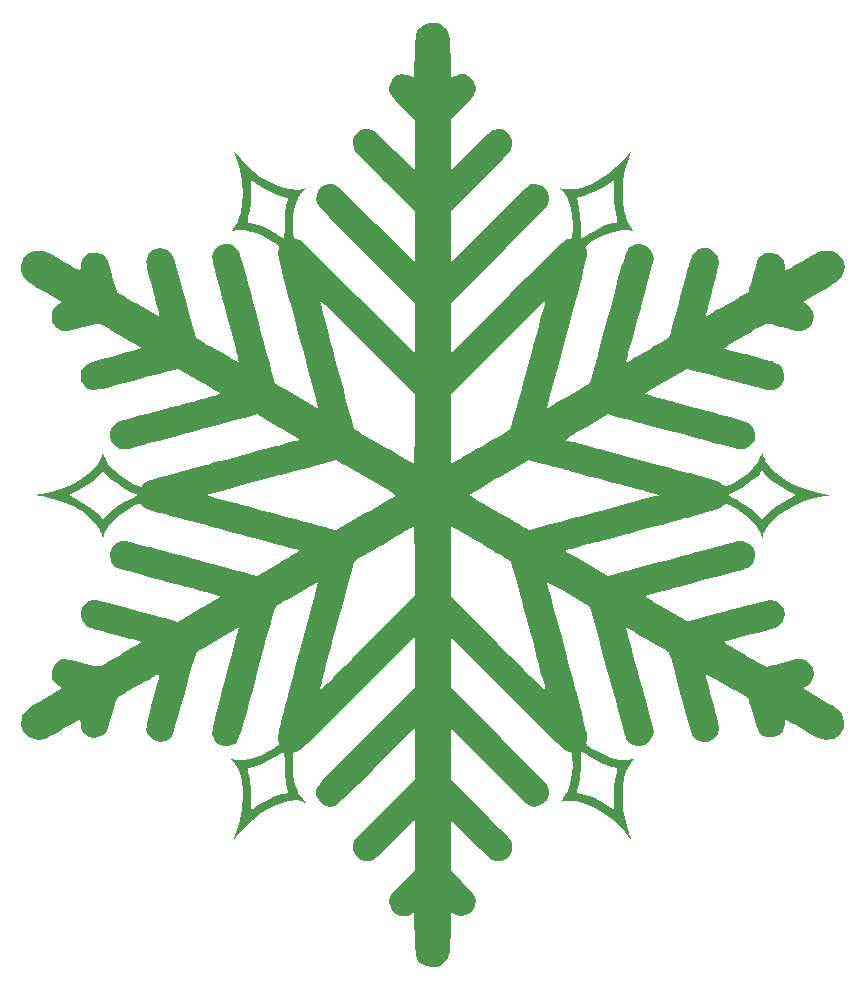
<source format=gbl>
G04 #@! TF.GenerationSoftware,KiCad,Pcbnew,7.0.9-unknown-1000.20231106gitacd7d5a.fc37*
G04 #@! TF.CreationDate,2023-12-21T17:08:17+11:00*
G04 #@! TF.ProjectId,2023-xmas-snowflake,32303233-2d78-46d6-9173-2d736e6f7766,rev?*
G04 #@! TF.SameCoordinates,Original*
G04 #@! TF.FileFunction,Copper,L2,Bot*
G04 #@! TF.FilePolarity,Positive*
%FSLAX46Y46*%
G04 Gerber Fmt 4.6, Leading zero omitted, Abs format (unit mm)*
G04 Created by KiCad (PCBNEW 7.0.9-unknown-1000.20231106gitacd7d5a.fc37) date 2023-12-21 17:08:17*
%MOMM*%
%LPD*%
G01*
G04 APERTURE LIST*
G04 APERTURE END LIST*
G04 #@! TA.AperFunction,EtchedComponent*
G04 #@! TO.C,G\u002A\u002A\u002A*
G36*
X88352233Y-75591875D02*
G01*
X88200612Y-76382712D01*
X88148137Y-77281242D01*
X88148087Y-77343777D01*
X88154463Y-77767020D01*
X88177666Y-78050591D01*
X88224401Y-78220696D01*
X88301374Y-78303542D01*
X88415291Y-78325334D01*
X88549458Y-78343565D01*
X88766066Y-78418815D01*
X88781888Y-78429913D01*
X88906428Y-78540145D01*
X89138059Y-78758007D01*
X89467341Y-79074250D01*
X89884833Y-79479625D01*
X90381094Y-79964883D01*
X90946683Y-80520775D01*
X91572159Y-81138052D01*
X92248081Y-81807464D01*
X92965008Y-82519764D01*
X93713500Y-83265701D01*
X98476000Y-88019105D01*
X98476000Y-85880354D01*
X98476000Y-83741603D01*
X94375378Y-79657635D01*
X94190830Y-79473804D01*
X93401095Y-78686155D01*
X92721934Y-78006662D01*
X92145048Y-77426552D01*
X91662132Y-76937052D01*
X91264887Y-76529390D01*
X90945009Y-76194793D01*
X90694197Y-75924489D01*
X90504148Y-75709706D01*
X90366562Y-75541671D01*
X90273136Y-75411612D01*
X90215569Y-75310756D01*
X90185557Y-75230331D01*
X90150445Y-75034921D01*
X90185651Y-74575090D01*
X90381062Y-74136601D01*
X90457692Y-74040538D01*
X90745008Y-73833833D01*
X91107333Y-73707962D01*
X91483931Y-73678794D01*
X91814066Y-73762199D01*
X91846573Y-73785918D01*
X91995501Y-73917698D01*
X92246408Y-74152386D01*
X92587582Y-74478613D01*
X93007309Y-74885012D01*
X93493877Y-75360213D01*
X94035573Y-75892849D01*
X94620685Y-76471552D01*
X95237500Y-77084953D01*
X98476000Y-80314175D01*
X98476000Y-78155050D01*
X98476000Y-75995924D01*
X95972754Y-73498795D01*
X95725636Y-73251760D01*
X95197889Y-72720603D01*
X94710624Y-72225392D01*
X94277171Y-71779969D01*
X93910861Y-71398179D01*
X93625024Y-71093865D01*
X93432990Y-70880870D01*
X93348088Y-70773038D01*
X93313214Y-70699240D01*
X93235902Y-70318232D01*
X93290260Y-69915178D01*
X93463290Y-69540508D01*
X93741997Y-69244651D01*
X93784539Y-69215328D01*
X94149878Y-69065325D01*
X94554432Y-69037438D01*
X94927387Y-69138036D01*
X95056755Y-69229968D01*
X95289520Y-69427041D01*
X95603843Y-69710397D01*
X95980725Y-70062554D01*
X96401166Y-70466033D01*
X96846166Y-70903355D01*
X98476000Y-72524038D01*
X98476000Y-70412330D01*
X98476000Y-68300621D01*
X97468992Y-67280477D01*
X97139799Y-66942117D01*
X96793957Y-66564519D01*
X96552405Y-66259641D01*
X96402390Y-66004508D01*
X96331160Y-65776146D01*
X96325963Y-65551579D01*
X96374046Y-65307834D01*
X96443694Y-65112723D01*
X96686916Y-64755410D01*
X97027786Y-64511261D01*
X97434054Y-64398999D01*
X97873470Y-64437344D01*
X97927172Y-64453184D01*
X98162974Y-64553211D01*
X98317970Y-64665630D01*
X98349758Y-64691110D01*
X98382107Y-64666686D01*
X98407669Y-64562770D01*
X98428142Y-64361396D01*
X98445223Y-64044596D01*
X98460610Y-63594405D01*
X98476000Y-62992856D01*
X98495097Y-62313382D01*
X98520830Y-61777125D01*
X98558927Y-61363280D01*
X98615177Y-61048347D01*
X98695368Y-60808825D01*
X98805291Y-60621215D01*
X98950736Y-60462013D01*
X99137491Y-60307721D01*
X99250027Y-60227445D01*
X99439198Y-60133947D01*
X99667633Y-60090387D01*
X100000000Y-60079667D01*
X100202227Y-60082617D01*
X100468589Y-60109565D01*
X100667127Y-60178900D01*
X100862509Y-60307721D01*
X101048679Y-60461473D01*
X101194260Y-60620615D01*
X101304298Y-60808084D01*
X101384585Y-61047381D01*
X101440909Y-61362005D01*
X101479060Y-61775459D01*
X101504827Y-62311242D01*
X101524000Y-62992856D01*
X101536326Y-63485286D01*
X101551576Y-63964705D01*
X101568177Y-64307091D01*
X101587825Y-64530409D01*
X101612218Y-64652628D01*
X101643054Y-64691713D01*
X101682029Y-64665630D01*
X101704583Y-64642306D01*
X101884474Y-64528843D01*
X102126529Y-64437344D01*
X102328659Y-64400013D01*
X102756981Y-64432565D01*
X103137470Y-64607201D01*
X103437878Y-64905198D01*
X103625953Y-65307833D01*
X103666042Y-65490321D01*
X103676081Y-65717702D01*
X103623439Y-65942842D01*
X103495363Y-66188714D01*
X103279101Y-66478295D01*
X102961900Y-66834558D01*
X102531007Y-67280477D01*
X101524000Y-68300621D01*
X101524000Y-70412330D01*
X101524000Y-72524038D01*
X103153833Y-70903355D01*
X103582907Y-70481507D01*
X104004579Y-70076485D01*
X104383384Y-69722147D01*
X104700325Y-69435973D01*
X104936401Y-69235443D01*
X105072612Y-69138036D01*
X105118645Y-69116680D01*
X105500017Y-69033837D01*
X105903408Y-69078617D01*
X106258003Y-69244651D01*
X106325848Y-69298781D01*
X106583044Y-69615734D01*
X106731785Y-70000715D01*
X106759074Y-70403293D01*
X106651912Y-70773038D01*
X106627819Y-70807659D01*
X106493063Y-70964523D01*
X106257172Y-71220321D01*
X105933475Y-71561209D01*
X105535305Y-71973344D01*
X105075989Y-72442882D01*
X104568860Y-72955981D01*
X104027245Y-73498795D01*
X101524000Y-75995924D01*
X101524000Y-78155050D01*
X101524000Y-80314175D01*
X104762500Y-77084953D01*
X105073203Y-76775555D01*
X105675679Y-76178030D01*
X106240613Y-75620870D01*
X106756292Y-75115443D01*
X107211005Y-74673118D01*
X107593038Y-74305263D01*
X107890679Y-74023246D01*
X108092215Y-73838435D01*
X108185934Y-73762199D01*
X108328962Y-73706438D01*
X108701899Y-73673739D01*
X109085609Y-73766151D01*
X109430574Y-73967237D01*
X109687278Y-74260559D01*
X109723245Y-74327594D01*
X109836407Y-74728907D01*
X109818600Y-75156555D01*
X109670690Y-75543425D01*
X109648800Y-75572892D01*
X109513861Y-75725617D01*
X109273053Y-75982222D01*
X108936911Y-76331972D01*
X108515968Y-76764133D01*
X108020757Y-77267971D01*
X107461812Y-77832752D01*
X106849667Y-78447742D01*
X106194856Y-79102206D01*
X105507913Y-79785411D01*
X101524000Y-83737987D01*
X101524000Y-85878546D01*
X101524000Y-88019105D01*
X106286500Y-83265701D01*
X106532139Y-83020652D01*
X107271428Y-82284611D01*
X107976090Y-81585207D01*
X108636685Y-80931691D01*
X109243773Y-80333309D01*
X109787911Y-79799313D01*
X110259659Y-79338950D01*
X110649576Y-78961470D01*
X110948222Y-78676121D01*
X111146154Y-78492153D01*
X111233934Y-78418815D01*
X111375671Y-78363518D01*
X111584709Y-78325334D01*
X111600828Y-78325066D01*
X111709873Y-78297222D01*
X111782793Y-78205123D01*
X111826295Y-78022564D01*
X111847083Y-77723339D01*
X111851863Y-77281242D01*
X111850443Y-77140356D01*
X111783448Y-76261908D01*
X111618958Y-75491033D01*
X111429283Y-75013412D01*
X112235293Y-75013412D01*
X112287771Y-75164090D01*
X112419384Y-75732193D01*
X112500916Y-76433582D01*
X112529415Y-77245834D01*
X112529601Y-77309992D01*
X112536063Y-77706287D01*
X112550246Y-78028042D01*
X112570248Y-78243664D01*
X112594166Y-78321558D01*
X112635681Y-78306030D01*
X112789184Y-78216813D01*
X112999341Y-78075499D01*
X113165583Y-77964055D01*
X113562213Y-77731313D01*
X114007725Y-77502788D01*
X114463553Y-77295471D01*
X114891128Y-77126351D01*
X115251885Y-77012420D01*
X115507254Y-76970667D01*
X115580911Y-76965125D01*
X115641034Y-76923244D01*
X115650687Y-76813195D01*
X115610478Y-76603635D01*
X115521018Y-76263221D01*
X115496351Y-76165138D01*
X115428687Y-75760526D01*
X115388289Y-75240498D01*
X115372851Y-74578856D01*
X115372040Y-74443309D01*
X115367940Y-74039149D01*
X115362102Y-73712612D01*
X115355181Y-73494269D01*
X115347835Y-73414689D01*
X115339829Y-73418284D01*
X115232903Y-73484340D01*
X115030017Y-73616453D01*
X114765851Y-73792131D01*
X114478921Y-73971720D01*
X113856267Y-74299820D01*
X113200800Y-74578853D01*
X112589423Y-74774119D01*
X112352542Y-74845492D01*
X112238594Y-74920042D01*
X112235293Y-75013412D01*
X111429283Y-75013412D01*
X111360555Y-74840349D01*
X111011821Y-74322473D01*
X110738533Y-74011215D01*
X111008883Y-74105460D01*
X111265727Y-74156659D01*
X111674247Y-74165245D01*
X112140309Y-74121291D01*
X112609477Y-74030387D01*
X113027314Y-73898126D01*
X113454922Y-73706590D01*
X114176991Y-73307197D01*
X114885514Y-72829550D01*
X115542578Y-72302513D01*
X116110270Y-71754949D01*
X116550679Y-71215721D01*
X116637478Y-71095229D01*
X116758605Y-70946624D01*
X116818770Y-70901215D01*
X116819284Y-70901859D01*
X116802709Y-70993399D01*
X116734768Y-71196701D01*
X116629675Y-71469080D01*
X116597057Y-71550834D01*
X116312324Y-72457936D01*
X116144562Y-73437325D01*
X116088499Y-74518712D01*
X116104066Y-75130523D01*
X116187682Y-75893686D01*
X116348108Y-76532910D01*
X116475389Y-76813195D01*
X116590434Y-77066534D01*
X116919753Y-77512895D01*
X117048827Y-77662349D01*
X117066226Y-77716505D01*
X116975666Y-77693143D01*
X116579923Y-77598716D01*
X116014574Y-77601223D01*
X115361049Y-77728816D01*
X114978907Y-77852826D01*
X114478362Y-78055977D01*
X113977240Y-78295218D01*
X113530305Y-78544102D01*
X113192322Y-78776180D01*
X113131087Y-78826984D01*
X113026258Y-78945645D01*
X113008221Y-79083402D01*
X113059299Y-79311373D01*
X113060258Y-79314948D01*
X113074615Y-79373255D01*
X113084618Y-79436087D01*
X113088063Y-79512277D01*
X113082743Y-79610655D01*
X113066453Y-79740056D01*
X113036989Y-79909309D01*
X112992144Y-80127249D01*
X112929714Y-80402706D01*
X112847493Y-80744513D01*
X112743276Y-81161503D01*
X112614857Y-81662506D01*
X112460031Y-82256357D01*
X112276594Y-82951885D01*
X112125071Y-83521921D01*
X112062338Y-83757925D01*
X111815060Y-84683307D01*
X111532553Y-85736864D01*
X111212613Y-86927429D01*
X110853034Y-88263832D01*
X110451611Y-89754908D01*
X110280930Y-90390466D01*
X110114558Y-91013439D01*
X109968199Y-91565073D01*
X109846699Y-92026946D01*
X109754901Y-92380635D01*
X109697652Y-92607716D01*
X109679796Y-92689767D01*
X109728797Y-92666462D01*
X109906251Y-92569521D01*
X110194361Y-92407728D01*
X110573320Y-92192297D01*
X111023320Y-91934440D01*
X111524555Y-91645373D01*
X113354776Y-90586693D01*
X114002861Y-88160180D01*
X114102315Y-87787761D01*
X114466778Y-86422440D01*
X114790783Y-85209042D01*
X115077252Y-84138346D01*
X115329107Y-83201134D01*
X115549267Y-82388187D01*
X115740654Y-81690287D01*
X115906188Y-81098215D01*
X116048792Y-80602751D01*
X116171385Y-80194676D01*
X116276888Y-79864773D01*
X116368224Y-79603822D01*
X116448311Y-79402603D01*
X116520072Y-79251899D01*
X116586427Y-79142490D01*
X116650298Y-79065158D01*
X116714605Y-79010683D01*
X116782269Y-78969847D01*
X116856211Y-78933430D01*
X116939352Y-78892215D01*
X117264903Y-78779260D01*
X117670599Y-78779250D01*
X118050210Y-78918839D01*
X118368856Y-79183922D01*
X118591656Y-79560392D01*
X118739167Y-79946643D01*
X117709804Y-83813822D01*
X117526490Y-84501821D01*
X117319074Y-85278612D01*
X117124087Y-86007129D01*
X116946698Y-86668141D01*
X116792078Y-87242416D01*
X116665396Y-87710722D01*
X116571824Y-88053827D01*
X116516530Y-88252500D01*
X116509268Y-88277918D01*
X116434372Y-88554007D01*
X116388421Y-88749680D01*
X116381114Y-88824000D01*
X116382940Y-88823614D01*
X116477159Y-88775576D01*
X116692360Y-88656413D01*
X117005580Y-88479295D01*
X117393854Y-88257394D01*
X117834217Y-88003880D01*
X118303706Y-87731924D01*
X118779356Y-87454697D01*
X119238202Y-87185369D01*
X119384547Y-87098762D01*
X119698967Y-86905951D01*
X119904606Y-86760282D01*
X120030012Y-86635533D01*
X120103732Y-86505484D01*
X120154313Y-86343913D01*
X120195876Y-86186758D01*
X120277053Y-85882489D01*
X120388972Y-85464424D01*
X120524694Y-84958450D01*
X120677281Y-84390457D01*
X120839794Y-83786334D01*
X120972984Y-83291466D01*
X121143283Y-82658496D01*
X121304719Y-82058230D01*
X121448500Y-81523369D01*
X121565835Y-81086614D01*
X121647930Y-80780667D01*
X121686887Y-80636814D01*
X121816787Y-80192042D01*
X121933418Y-79871817D01*
X122052960Y-79643470D01*
X122191591Y-79474330D01*
X122365492Y-79331726D01*
X122518200Y-79240135D01*
X122901965Y-79130101D01*
X123290738Y-79156120D01*
X123651243Y-79301240D01*
X123950202Y-79548509D01*
X124154338Y-79880977D01*
X124230375Y-80281692D01*
X124217027Y-80412711D01*
X124163944Y-80704861D01*
X124076130Y-81112159D01*
X123959714Y-81607743D01*
X123820828Y-82164747D01*
X123665603Y-82756306D01*
X123530634Y-83262449D01*
X123394551Y-83782824D01*
X123281081Y-84227773D01*
X123195727Y-84575318D01*
X123143992Y-84803476D01*
X123131378Y-84890267D01*
X123191988Y-84863869D01*
X123377473Y-84766636D01*
X123663604Y-84611165D01*
X124025918Y-84411229D01*
X124439950Y-84180599D01*
X124881237Y-83933048D01*
X125325313Y-83682348D01*
X125747716Y-83442272D01*
X126123981Y-83226591D01*
X126429643Y-83049079D01*
X126640239Y-82923507D01*
X126731305Y-82863648D01*
X126748873Y-82812601D01*
X126805263Y-82621933D01*
X126892468Y-82315759D01*
X127002792Y-81921170D01*
X127128541Y-81465254D01*
X127223048Y-81131683D01*
X127357728Y-80691389D01*
X127482556Y-80321182D01*
X127586793Y-80052375D01*
X127659703Y-79916280D01*
X127773867Y-79805891D01*
X128159324Y-79586556D01*
X128617333Y-79510667D01*
X128773354Y-79518886D01*
X129193524Y-79638641D01*
X129518283Y-79885798D01*
X129727826Y-80240751D01*
X129802350Y-80683892D01*
X129801689Y-80824592D01*
X129811537Y-80929551D01*
X129851415Y-80983570D01*
X129940868Y-80981219D01*
X130099439Y-80917063D01*
X130346672Y-80785669D01*
X130702111Y-80581605D01*
X131185300Y-80299437D01*
X131615737Y-80049041D01*
X132055297Y-79797849D01*
X132393347Y-79614308D01*
X132654619Y-79487845D01*
X132863844Y-79407888D01*
X133045752Y-79363865D01*
X133225074Y-79345204D01*
X133426540Y-79341333D01*
X133485423Y-79341637D01*
X133792853Y-79363694D01*
X134025723Y-79437516D01*
X134264651Y-79586704D01*
X134364096Y-79667697D01*
X134628103Y-79981355D01*
X134813004Y-80350348D01*
X134882666Y-80709057D01*
X134836568Y-81048212D01*
X134648698Y-81485047D01*
X134339448Y-81862377D01*
X134206493Y-81968517D01*
X133926213Y-82163540D01*
X133554819Y-82403457D01*
X133124714Y-82667476D01*
X132668298Y-82934803D01*
X131342930Y-83691857D01*
X131661990Y-83898739D01*
X131971041Y-84154089D01*
X132187851Y-84504155D01*
X132258000Y-84925435D01*
X132236394Y-85177729D01*
X132081628Y-85599825D01*
X131785436Y-85935633D01*
X131533832Y-86087444D01*
X131231928Y-86158798D01*
X130857264Y-86140679D01*
X130372767Y-86035714D01*
X129983441Y-85931632D01*
X129506945Y-85804249D01*
X129084556Y-85691333D01*
X129031638Y-85677313D01*
X128714872Y-85598540D01*
X128458593Y-85543013D01*
X128314071Y-85522000D01*
X128246343Y-85544772D01*
X128043465Y-85641907D01*
X127732312Y-85804689D01*
X127334515Y-86021479D01*
X126871704Y-86280638D01*
X126365508Y-86570526D01*
X126093650Y-86728374D01*
X125576562Y-87032850D01*
X125191631Y-87267331D01*
X124927392Y-87439516D01*
X124772378Y-87557105D01*
X124715123Y-87627798D01*
X124744160Y-87659296D01*
X124823959Y-87677930D01*
X125061030Y-87737872D01*
X125388246Y-87823559D01*
X125759833Y-87923104D01*
X125950113Y-87974584D01*
X126538962Y-88133370D01*
X127147271Y-88296736D01*
X127729320Y-88452444D01*
X128239392Y-88588255D01*
X128631767Y-88691930D01*
X128738079Y-88722630D01*
X129028256Y-88829552D01*
X129249642Y-88941451D01*
X129473200Y-89130705D01*
X129695184Y-89474600D01*
X129791874Y-89864226D01*
X129761964Y-90261180D01*
X129604145Y-90627060D01*
X129317111Y-90923465D01*
X129227402Y-90984235D01*
X129056259Y-91077007D01*
X128873503Y-91131291D01*
X128654011Y-91145477D01*
X128372662Y-91117957D01*
X128004333Y-91047121D01*
X127523903Y-90931361D01*
X126906249Y-90769067D01*
X126884511Y-90763243D01*
X126352749Y-90620827D01*
X125849662Y-90486166D01*
X125408972Y-90368280D01*
X125064400Y-90276191D01*
X124849666Y-90218919D01*
X124724657Y-90185630D01*
X124393395Y-90097253D01*
X123991428Y-89989871D01*
X123579666Y-89879750D01*
X123393682Y-89830025D01*
X122937740Y-89708411D01*
X122497326Y-89591276D01*
X122146450Y-89498317D01*
X121559900Y-89343457D01*
X119798049Y-90360035D01*
X119459867Y-90555886D01*
X118997695Y-90826064D01*
X118599836Y-91061648D01*
X118286957Y-91250265D01*
X118079725Y-91379543D01*
X117998809Y-91437110D01*
X118009408Y-91455873D01*
X118136674Y-91517880D01*
X118377061Y-91601465D01*
X118696210Y-91693975D01*
X118765944Y-91712633D01*
X119194699Y-91828052D01*
X119627837Y-91945617D01*
X119981333Y-92042536D01*
X119985218Y-92043610D01*
X120244911Y-92114453D01*
X120631017Y-92218596D01*
X121107021Y-92346245D01*
X121636409Y-92487609D01*
X122182666Y-92632894D01*
X122194215Y-92635959D01*
X122740494Y-92781263D01*
X123269126Y-92922436D01*
X123743597Y-93049686D01*
X124127393Y-93153221D01*
X124384000Y-93223249D01*
X124424329Y-93234366D01*
X124797153Y-93335175D01*
X125235918Y-93451352D01*
X125654000Y-93559932D01*
X126034150Y-93664469D01*
X126521175Y-93835109D01*
X126872574Y-94022714D01*
X127108991Y-94243235D01*
X127251069Y-94512623D01*
X127319450Y-94846828D01*
X127324689Y-94915385D01*
X127266846Y-95342784D01*
X127056151Y-95710493D01*
X126703519Y-95998107D01*
X126696627Y-96002051D01*
X126478254Y-96112794D01*
X126277563Y-96168864D01*
X126049889Y-96170790D01*
X125750570Y-96119101D01*
X125334943Y-96014327D01*
X125319879Y-96010285D01*
X124936056Y-95907474D01*
X124554964Y-95805682D01*
X124257000Y-95726386D01*
X124252057Y-95725074D01*
X124079871Y-95679132D01*
X123766723Y-95595350D01*
X123334021Y-95479470D01*
X122803171Y-95337231D01*
X122195583Y-95174377D01*
X121532664Y-94996648D01*
X120835821Y-94809784D01*
X120126463Y-94619528D01*
X119425998Y-94431620D01*
X118755833Y-94251802D01*
X118137376Y-94085815D01*
X117592035Y-93939400D01*
X117141218Y-93818298D01*
X116806333Y-93728251D01*
X116805969Y-93728153D01*
X116414440Y-93623762D01*
X115957772Y-93503425D01*
X115534754Y-93393174D01*
X114855842Y-93217600D01*
X113079421Y-94239369D01*
X112729875Y-94441733D01*
X112267270Y-94713926D01*
X111869949Y-94952866D01*
X111558421Y-95145993D01*
X111353194Y-95280747D01*
X111274778Y-95344569D01*
X111282814Y-95389605D01*
X111392649Y-95428000D01*
X111537828Y-95449050D01*
X111792915Y-95507018D01*
X112098205Y-95588956D01*
X112221314Y-95623874D01*
X112566667Y-95719539D01*
X113009621Y-95840278D01*
X113506177Y-95974133D01*
X114012333Y-96109148D01*
X114143755Y-96144017D01*
X114746954Y-96304409D01*
X115396024Y-96477455D01*
X116021104Y-96644513D01*
X116552333Y-96786939D01*
X116919015Y-96885328D01*
X117490887Y-97038414D01*
X118129376Y-97209026D01*
X118780096Y-97382637D01*
X119388666Y-97544717D01*
X119400418Y-97547843D01*
X119946656Y-97693499D01*
X120475240Y-97835034D01*
X120949662Y-97962630D01*
X121333418Y-98066470D01*
X121590000Y-98136735D01*
X121861573Y-98211455D01*
X122266238Y-98321696D01*
X122727223Y-98446486D01*
X123188315Y-98570566D01*
X123285576Y-98596867D01*
X123754048Y-98733129D01*
X124091484Y-98853107D01*
X124328143Y-98968898D01*
X124494284Y-99092597D01*
X124602594Y-99187231D01*
X124741314Y-99267725D01*
X124893131Y-99281037D01*
X125090403Y-99221107D01*
X125365490Y-99081873D01*
X125750750Y-98857275D01*
X125786678Y-98835717D01*
X126535196Y-98324296D01*
X127126091Y-97789280D01*
X127555591Y-97234665D01*
X127819926Y-96664447D01*
X127855074Y-96561003D01*
X127910131Y-96445220D01*
X127934336Y-96466090D01*
X127945380Y-96532884D01*
X128012773Y-96743499D01*
X128119853Y-96997800D01*
X128184667Y-97125706D01*
X128559969Y-97664121D01*
X129078040Y-98178359D01*
X129717522Y-98655696D01*
X130457052Y-99083412D01*
X131275271Y-99448782D01*
X132150818Y-99739085D01*
X133062333Y-99941598D01*
X133634174Y-100037306D01*
X133739666Y-100054962D01*
X133295448Y-100108126D01*
X133107809Y-100133483D01*
X132271060Y-100310374D01*
X131425353Y-100583284D01*
X130606261Y-100935387D01*
X129849361Y-101349856D01*
X129190227Y-101809863D01*
X128664433Y-102298582D01*
X128613348Y-102356959D01*
X128361487Y-102689838D01*
X128146763Y-103042891D01*
X127995578Y-103368383D01*
X127934336Y-103618577D01*
X127926760Y-103647948D01*
X127884891Y-103595687D01*
X127819926Y-103420220D01*
X127789946Y-103331239D01*
X127505246Y-102773403D01*
X127062165Y-102228205D01*
X126470155Y-101705654D01*
X125738666Y-101215762D01*
X125468686Y-101058778D01*
X125162645Y-100895605D01*
X124944962Y-100813240D01*
X124782858Y-100805791D01*
X124643558Y-100867365D01*
X124494284Y-100992070D01*
X124469087Y-101014719D01*
X124292837Y-101136170D01*
X124040798Y-101251820D01*
X123682710Y-101373765D01*
X123188315Y-101514101D01*
X122770240Y-101626572D01*
X122306909Y-101751931D01*
X121894758Y-101864137D01*
X121590000Y-101947932D01*
X121586046Y-101949029D01*
X121326323Y-102020125D01*
X120940218Y-102124583D01*
X120464236Y-102252585D01*
X119934884Y-102394314D01*
X119388666Y-102539950D01*
X118916656Y-102665633D01*
X118270422Y-102837987D01*
X117624701Y-103010474D01*
X117033877Y-103168564D01*
X116552333Y-103297728D01*
X116435961Y-103328982D01*
X115875572Y-103479089D01*
X115238265Y-103649309D01*
X114593898Y-103821000D01*
X114012333Y-103975519D01*
X113758868Y-104042940D01*
X113252049Y-104178866D01*
X112776999Y-104307607D01*
X112377718Y-104417208D01*
X112098205Y-104495711D01*
X111803473Y-104575245D01*
X111548642Y-104634157D01*
X111399705Y-104656667D01*
X111399583Y-104656667D01*
X111272136Y-104686657D01*
X111302238Y-104776024D01*
X111489158Y-104923968D01*
X111832166Y-105129691D01*
X111951941Y-105196925D01*
X112284443Y-105386182D01*
X112701079Y-105625670D01*
X113160371Y-105891500D01*
X113620838Y-106159785D01*
X114838010Y-106871615D01*
X115525838Y-106693767D01*
X115535466Y-106691277D01*
X115961300Y-106580374D01*
X116417286Y-106460450D01*
X116806333Y-106357038D01*
X116944580Y-106319999D01*
X117346538Y-106212444D01*
X117805096Y-106089882D01*
X118245666Y-105972251D01*
X118482111Y-105909146D01*
X118844799Y-105812255D01*
X119201659Y-105716768D01*
X119580914Y-105615112D01*
X120010786Y-105499714D01*
X120519499Y-105363000D01*
X121135273Y-105197397D01*
X121886333Y-104995334D01*
X121997711Y-104965366D01*
X122741115Y-104765390D01*
X123361762Y-104598542D01*
X123895559Y-104455185D01*
X124378416Y-104325680D01*
X124846241Y-104200389D01*
X125334943Y-104069672D01*
X125349388Y-104065815D01*
X125761001Y-103962983D01*
X126057566Y-103913090D01*
X126283736Y-103916688D01*
X126484169Y-103974328D01*
X126703519Y-104086560D01*
X126830459Y-104168952D01*
X127126629Y-104474381D01*
X127292308Y-104838387D01*
X127328148Y-105226907D01*
X127234799Y-105605878D01*
X127012913Y-105941239D01*
X126663140Y-106198926D01*
X126535599Y-106250626D01*
X126253115Y-106345209D01*
X125866275Y-106463050D01*
X125408489Y-106594045D01*
X124913166Y-106728093D01*
X124342452Y-106878376D01*
X123595595Y-107075726D01*
X122842902Y-107275290D01*
X122112641Y-107469534D01*
X121433084Y-107650923D01*
X120832500Y-107811921D01*
X120339160Y-107944993D01*
X119981333Y-108042605D01*
X119927728Y-108057357D01*
X119553835Y-108159419D01*
X119115322Y-108278117D01*
X118696210Y-108390692D01*
X118531124Y-108436637D01*
X118246525Y-108526327D01*
X118057634Y-108600852D01*
X117998809Y-108647557D01*
X118038628Y-108677988D01*
X118207141Y-108785355D01*
X118488006Y-108956075D01*
X118860558Y-109177776D01*
X119304128Y-109438085D01*
X119798049Y-109724632D01*
X121559900Y-110741210D01*
X122146450Y-110586350D01*
X122284655Y-110549796D01*
X122683935Y-110443803D01*
X123140277Y-110322278D01*
X123579666Y-110204917D01*
X123793167Y-110147802D01*
X124207386Y-110037090D01*
X124579856Y-109937650D01*
X124849666Y-109865748D01*
X124855435Y-109864214D01*
X125076104Y-109805351D01*
X125425241Y-109712037D01*
X125869125Y-109593293D01*
X126374035Y-109458141D01*
X126906249Y-109315600D01*
X127235950Y-109227970D01*
X127781373Y-109089306D01*
X128202221Y-108996366D01*
X128523616Y-108947540D01*
X128770681Y-108941220D01*
X128968537Y-108975796D01*
X129142306Y-109049660D01*
X129317111Y-109161202D01*
X129527635Y-109354813D01*
X129726063Y-109702928D01*
X129796171Y-110094228D01*
X129739265Y-110490311D01*
X129556653Y-110852774D01*
X129249642Y-111143216D01*
X129181175Y-111183098D01*
X128922746Y-111297724D01*
X128631767Y-111392737D01*
X128512591Y-111424099D01*
X128074460Y-111540239D01*
X127534400Y-111684295D01*
X126938130Y-111844027D01*
X126331368Y-112007196D01*
X125759833Y-112161563D01*
X125534686Y-112222136D01*
X125184154Y-112314816D01*
X124905387Y-112386524D01*
X124744160Y-112425371D01*
X124721513Y-112434873D01*
X124728968Y-112482639D01*
X124827753Y-112572984D01*
X125029332Y-112713606D01*
X125345174Y-112912207D01*
X125786744Y-113176485D01*
X126365508Y-113514141D01*
X126743700Y-113731319D01*
X127219842Y-113999566D01*
X127636580Y-114228464D01*
X127972284Y-114406373D01*
X128205325Y-114521653D01*
X128314071Y-114562667D01*
X128332873Y-114561629D01*
X128504905Y-114532232D01*
X128779198Y-114470556D01*
X129105723Y-114387661D01*
X129494819Y-114283641D01*
X129971399Y-114156235D01*
X130393934Y-114043280D01*
X130807777Y-113950981D01*
X131198395Y-113923515D01*
X131511954Y-113988596D01*
X131785436Y-114149034D01*
X131959590Y-114315215D01*
X132181896Y-114699185D01*
X132258000Y-115159232D01*
X132207020Y-115523777D01*
X132012146Y-115883390D01*
X131662451Y-116185628D01*
X131343853Y-116392212D01*
X132739458Y-117191939D01*
X133169725Y-117443933D01*
X133598179Y-117706007D01*
X133965555Y-117942168D01*
X134242828Y-118133724D01*
X134400970Y-118261979D01*
X134546986Y-118430629D01*
X134778293Y-118855467D01*
X134863842Y-119305306D01*
X134805504Y-119749459D01*
X134605150Y-120157240D01*
X134264651Y-120497963D01*
X134224378Y-120526689D01*
X133991616Y-120662782D01*
X133752542Y-120727129D01*
X133426540Y-120743334D01*
X133266252Y-120741201D01*
X133084210Y-120726666D01*
X132904974Y-120689074D01*
X132703813Y-120617852D01*
X132455996Y-120502429D01*
X132136792Y-120332232D01*
X131721470Y-120096690D01*
X131185300Y-119785230D01*
X130736549Y-119523187D01*
X130371610Y-119313135D01*
X130116395Y-119175914D01*
X129951375Y-119105852D01*
X129857022Y-119097281D01*
X129813805Y-119144531D01*
X129802196Y-119241932D01*
X129802666Y-119383813D01*
X129801530Y-119432274D01*
X129758206Y-119733353D01*
X129671556Y-119989282D01*
X129482963Y-120242887D01*
X129160698Y-120459220D01*
X128777657Y-120563460D01*
X128373422Y-120552084D01*
X127987576Y-120421567D01*
X127659703Y-120168387D01*
X127612372Y-120088331D01*
X127516380Y-119855937D01*
X127396585Y-119512777D01*
X127263727Y-119090165D01*
X127128541Y-118619413D01*
X127030853Y-118264721D01*
X126916267Y-117853503D01*
X126823017Y-117524420D01*
X126758798Y-117304562D01*
X126731305Y-117221019D01*
X126656583Y-117171230D01*
X126457962Y-117052226D01*
X126161579Y-116879764D01*
X125791896Y-116667615D01*
X125373380Y-116429552D01*
X124930492Y-116179348D01*
X124487699Y-115930775D01*
X124069463Y-115697604D01*
X123700248Y-115493609D01*
X123404520Y-115332562D01*
X123206742Y-115228235D01*
X123131378Y-115194400D01*
X123140463Y-115263682D01*
X123188000Y-115476775D01*
X123269785Y-115811771D01*
X123380316Y-116246688D01*
X123514090Y-116759544D01*
X123665603Y-117328361D01*
X123788380Y-117793790D01*
X123931325Y-118360558D01*
X124053129Y-118871726D01*
X124147659Y-119300427D01*
X124208784Y-119619798D01*
X124230375Y-119802975D01*
X124228576Y-119866966D01*
X124136084Y-120256919D01*
X123926309Y-120567112D01*
X123630932Y-120790066D01*
X123281633Y-120918301D01*
X122910093Y-120944341D01*
X122547992Y-120860705D01*
X122227009Y-120659914D01*
X121978826Y-120334492D01*
X121976797Y-120330479D01*
X121936250Y-120230087D01*
X121876673Y-120051162D01*
X121795429Y-119784227D01*
X121689880Y-119419801D01*
X121557388Y-118948406D01*
X121395315Y-118360563D01*
X121201024Y-117646792D01*
X120971877Y-116797616D01*
X120705237Y-115803554D01*
X120398465Y-114655128D01*
X120343956Y-114453281D01*
X120228688Y-114043006D01*
X120127645Y-113704922D01*
X120050164Y-113469626D01*
X120005581Y-113367715D01*
X119933161Y-113319095D01*
X119736685Y-113198795D01*
X119441714Y-113022478D01*
X119072677Y-112804361D01*
X118654001Y-112558662D01*
X118210112Y-112299597D01*
X117765439Y-112041383D01*
X117344409Y-111798237D01*
X116971448Y-111584375D01*
X116670984Y-111414015D01*
X116467446Y-111301373D01*
X116385259Y-111260667D01*
X116389186Y-111330977D01*
X116431943Y-111522139D01*
X116504503Y-111791779D01*
X116550469Y-111957040D01*
X116638171Y-112278542D01*
X116759751Y-112727741D01*
X116910136Y-113285778D01*
X117084252Y-113933798D01*
X117277027Y-114652943D01*
X117483389Y-115424357D01*
X117698264Y-116229183D01*
X118740140Y-120135475D01*
X118592143Y-120523001D01*
X118585920Y-120539038D01*
X118351822Y-120930432D01*
X118014252Y-121189493D01*
X117581767Y-121309557D01*
X117195454Y-121281947D01*
X116800437Y-121112301D01*
X116488060Y-120819878D01*
X116487197Y-120818692D01*
X116454371Y-120761857D01*
X116413485Y-120667486D01*
X116362019Y-120526566D01*
X116297458Y-120330087D01*
X116217282Y-120069036D01*
X116118975Y-119734401D01*
X116000019Y-119317171D01*
X115857895Y-118808334D01*
X115690086Y-118198878D01*
X115494075Y-117479792D01*
X115267344Y-116642063D01*
X115007374Y-115676679D01*
X114711649Y-114574630D01*
X114377651Y-113326903D01*
X114002861Y-111924487D01*
X113354776Y-109497974D01*
X111524555Y-108439294D01*
X111117791Y-108204550D01*
X110656312Y-107939685D01*
X110262049Y-107715027D01*
X109954800Y-107541794D01*
X109754363Y-107431203D01*
X109680536Y-107394474D01*
X109680665Y-107398358D01*
X109706273Y-107510154D01*
X109769614Y-107760671D01*
X109865288Y-108129245D01*
X109987899Y-108595212D01*
X110132048Y-109137908D01*
X110292338Y-109736667D01*
X110536213Y-110644353D01*
X110924890Y-112091407D01*
X111272981Y-113388437D01*
X111582629Y-114544001D01*
X111855979Y-115566655D01*
X112095176Y-116464956D01*
X112121068Y-116562746D01*
X112302362Y-117247463D01*
X112479683Y-117922732D01*
X112629282Y-118499321D01*
X112753304Y-118985788D01*
X112853893Y-119390688D01*
X112933193Y-119722581D01*
X112993349Y-119990023D01*
X113036504Y-120201571D01*
X113064802Y-120365783D01*
X113080388Y-120491216D01*
X113085406Y-120586428D01*
X113082001Y-120659976D01*
X113072316Y-120720417D01*
X113058495Y-120776308D01*
X113035189Y-120865601D01*
X113005737Y-121055147D01*
X113052103Y-121178873D01*
X113192322Y-121308487D01*
X113469508Y-121502893D01*
X113903167Y-121750906D01*
X114399487Y-121993368D01*
X114903702Y-122203833D01*
X115361049Y-122355851D01*
X115914227Y-122471243D01*
X116494811Y-122494054D01*
X116975666Y-122391524D01*
X117065677Y-122367999D01*
X117049867Y-122420900D01*
X116919753Y-122571772D01*
X116681853Y-122872952D01*
X116515994Y-123184936D01*
X116413414Y-123377891D01*
X116228437Y-123982812D01*
X116121828Y-124706054D01*
X116088499Y-125565955D01*
X116089143Y-125671640D01*
X116155374Y-126742286D01*
X116333794Y-127713698D01*
X116629675Y-128615587D01*
X116633743Y-128625616D01*
X116737796Y-128896331D01*
X116804210Y-129096505D01*
X116818770Y-129183452D01*
X116792546Y-129171353D01*
X116692538Y-129060538D01*
X116550679Y-128868946D01*
X116301439Y-128545185D01*
X115779465Y-127997464D01*
X115153153Y-127458875D01*
X114460415Y-126958283D01*
X113739165Y-126524550D01*
X113027314Y-126186541D01*
X112684790Y-126073774D01*
X112220445Y-125975527D01*
X111750055Y-125923289D01*
X111328055Y-125922652D01*
X111008883Y-125979207D01*
X110738533Y-126073452D01*
X111011821Y-125762194D01*
X111069999Y-125693166D01*
X111405353Y-125154474D01*
X111435738Y-125071255D01*
X112235293Y-125071255D01*
X112235937Y-125160383D01*
X112343368Y-125235423D01*
X112589423Y-125310548D01*
X112899082Y-125400135D01*
X113543120Y-125643557D01*
X114191011Y-125952590D01*
X114765851Y-126292536D01*
X114843605Y-126344561D01*
X115094184Y-126510362D01*
X115273820Y-126626331D01*
X115347835Y-126669978D01*
X115350107Y-126662073D01*
X115357391Y-126536442D01*
X115364048Y-126281475D01*
X115369420Y-125927741D01*
X115372851Y-125505811D01*
X115374850Y-125300767D01*
X115397185Y-124682265D01*
X115445139Y-124197890D01*
X115521018Y-123821446D01*
X115589575Y-123564904D01*
X115644131Y-123320619D01*
X115649003Y-123184936D01*
X115603581Y-123126510D01*
X115507254Y-123114000D01*
X115417130Y-123106643D01*
X115112593Y-123032831D01*
X114717494Y-122893097D01*
X114269598Y-122704034D01*
X113806671Y-122482230D01*
X113366478Y-122244277D01*
X112986784Y-122006764D01*
X112852009Y-121916344D01*
X112670442Y-121803448D01*
X112578912Y-121759334D01*
X112576072Y-121761192D01*
X112558216Y-121863059D01*
X112543518Y-122097784D01*
X112533432Y-122433623D01*
X112529415Y-122838834D01*
X112526216Y-123110757D01*
X112480341Y-123889803D01*
X112382382Y-124550776D01*
X112235293Y-125071255D01*
X111435738Y-125071255D01*
X111649836Y-124484875D01*
X111799867Y-123696986D01*
X111851863Y-122803425D01*
X111851912Y-122740890D01*
X111845537Y-122317647D01*
X111822334Y-122034076D01*
X111775599Y-121863971D01*
X111698625Y-121781125D01*
X111584709Y-121759334D01*
X111450542Y-121741102D01*
X111233934Y-121665852D01*
X111218112Y-121654754D01*
X111093572Y-121544522D01*
X110861940Y-121326660D01*
X110532658Y-121010417D01*
X110115166Y-120605042D01*
X109618906Y-120119784D01*
X109053317Y-119563892D01*
X108427841Y-118946615D01*
X107751919Y-118277203D01*
X107034991Y-117564903D01*
X106286500Y-116818966D01*
X101524000Y-112065562D01*
X101524000Y-114206862D01*
X101524000Y-116348161D01*
X105508160Y-120300397D01*
X105784351Y-120574642D01*
X106459819Y-121247640D01*
X107098959Y-121887625D01*
X107691238Y-122483864D01*
X108226121Y-123025625D01*
X108693076Y-123502177D01*
X109081569Y-123902787D01*
X109381066Y-124216722D01*
X109581033Y-124433252D01*
X109670938Y-124541642D01*
X109708655Y-124608221D01*
X109831949Y-125007660D01*
X109825109Y-125435377D01*
X109687278Y-125824108D01*
X109592207Y-125958904D01*
X109291967Y-126215059D01*
X108924497Y-126371996D01*
X108539313Y-126413278D01*
X108185934Y-126322468D01*
X108153426Y-126298749D01*
X108004498Y-126166969D01*
X107753591Y-125932281D01*
X107412418Y-125606054D01*
X106992691Y-125199655D01*
X106506123Y-124724454D01*
X105964426Y-124191818D01*
X105379315Y-123613115D01*
X104762500Y-122999714D01*
X101524000Y-119770492D01*
X101524000Y-121929617D01*
X101524000Y-124088743D01*
X104027245Y-126585872D01*
X104274364Y-126832907D01*
X104802111Y-127364064D01*
X105289376Y-127859275D01*
X105722828Y-128304698D01*
X106089138Y-128686488D01*
X106374975Y-128990802D01*
X106567010Y-129203797D01*
X106651912Y-129311629D01*
X106686786Y-129385427D01*
X106764098Y-129766435D01*
X106709740Y-130169489D01*
X106536709Y-130544159D01*
X106258003Y-130840016D01*
X106215460Y-130869339D01*
X105850122Y-131019342D01*
X105445568Y-131047229D01*
X105072612Y-130946631D01*
X104943244Y-130854699D01*
X104710479Y-130657626D01*
X104396157Y-130374270D01*
X104019275Y-130022113D01*
X103598834Y-129618634D01*
X103153833Y-129181312D01*
X101524000Y-127560629D01*
X101524000Y-129672337D01*
X101524000Y-131784046D01*
X102531007Y-132804190D01*
X102860200Y-133142550D01*
X103206042Y-133520148D01*
X103447595Y-133825026D01*
X103597609Y-134080159D01*
X103668839Y-134308521D01*
X103674036Y-134533088D01*
X103625953Y-134776834D01*
X103618615Y-134802857D01*
X103433310Y-135176469D01*
X103145649Y-135457851D01*
X102791226Y-135635145D01*
X102405633Y-135696496D01*
X102024467Y-135630045D01*
X101683319Y-135423938D01*
X101650906Y-135395948D01*
X101604953Y-135372202D01*
X101571687Y-135398307D01*
X101549060Y-135494177D01*
X101535025Y-135679726D01*
X101527535Y-135974866D01*
X101524542Y-136399512D01*
X101524000Y-136973577D01*
X101522345Y-137344390D01*
X101511560Y-137932532D01*
X101491547Y-138410072D01*
X101463257Y-138757474D01*
X101427640Y-138955199D01*
X101282136Y-139278765D01*
X101001846Y-139652763D01*
X100662125Y-139909704D01*
X100341455Y-140012173D01*
X99910399Y-140031527D01*
X99483681Y-139949424D01*
X99131193Y-139772142D01*
X98949960Y-139622438D01*
X98805086Y-139464028D01*
X98695489Y-139277003D01*
X98615435Y-139037911D01*
X98559192Y-138723298D01*
X98521027Y-138309712D01*
X98495207Y-137773701D01*
X98476000Y-137091811D01*
X98463674Y-136599381D01*
X98448424Y-136119962D01*
X98431823Y-135777576D01*
X98412175Y-135554258D01*
X98387781Y-135432039D01*
X98356946Y-135392954D01*
X98317970Y-135419037D01*
X98295417Y-135442361D01*
X98115526Y-135555824D01*
X97873470Y-135647323D01*
X97671341Y-135684654D01*
X97243019Y-135652102D01*
X96862529Y-135477466D01*
X96562122Y-135179469D01*
X96374046Y-134776834D01*
X96333958Y-134594346D01*
X96323918Y-134366965D01*
X96376561Y-134141825D01*
X96504637Y-133895953D01*
X96720899Y-133606372D01*
X97038100Y-133250109D01*
X97468992Y-132804190D01*
X98476000Y-131784046D01*
X98476000Y-129672337D01*
X98476000Y-127560629D01*
X96846166Y-129181312D01*
X96417092Y-129603160D01*
X95995421Y-130008182D01*
X95616615Y-130362520D01*
X95299675Y-130648694D01*
X95063599Y-130849224D01*
X94927387Y-130946631D01*
X94678468Y-131035476D01*
X94298219Y-131048411D01*
X93941495Y-130933666D01*
X93632219Y-130716009D01*
X93394316Y-130420209D01*
X93251711Y-130071034D01*
X93228327Y-129693251D01*
X93348088Y-129311629D01*
X93372180Y-129277008D01*
X93506937Y-129120144D01*
X93742828Y-128864346D01*
X94066524Y-128523458D01*
X94464695Y-128111323D01*
X94924010Y-127641785D01*
X95431140Y-127128686D01*
X95972754Y-126585872D01*
X98476000Y-124088743D01*
X98476000Y-121929617D01*
X98476000Y-119770492D01*
X95237500Y-122999714D01*
X94926796Y-123309112D01*
X94324321Y-123906637D01*
X93759387Y-124463797D01*
X93243707Y-124969224D01*
X92788995Y-125411549D01*
X92406961Y-125779404D01*
X92109320Y-126061421D01*
X91907784Y-126246232D01*
X91814066Y-126322468D01*
X91748094Y-126352866D01*
X91368213Y-126428676D01*
X90987982Y-126359893D01*
X90639968Y-126163661D01*
X90356736Y-125857124D01*
X90170854Y-125457426D01*
X90139995Y-125346455D01*
X90116252Y-125230261D01*
X90111753Y-125114908D01*
X90134239Y-124991131D01*
X90191451Y-124849664D01*
X90291129Y-124681244D01*
X90441016Y-124476606D01*
X90648850Y-124226486D01*
X90922374Y-123921618D01*
X91269327Y-123552738D01*
X91697451Y-123110582D01*
X92214485Y-122585885D01*
X92828172Y-121969382D01*
X93546251Y-121251810D01*
X94376464Y-120423902D01*
X98476000Y-116336805D01*
X98476000Y-114201183D01*
X98476000Y-112065562D01*
X93713500Y-116818966D01*
X93467861Y-117064015D01*
X92728572Y-117800056D01*
X92023910Y-118499460D01*
X91363314Y-119152976D01*
X90756227Y-119751358D01*
X90212089Y-120285354D01*
X89740341Y-120745717D01*
X89350424Y-121123197D01*
X89051778Y-121408546D01*
X88853845Y-121592514D01*
X88766066Y-121665852D01*
X88624329Y-121721149D01*
X88415291Y-121759334D01*
X88399172Y-121759601D01*
X88290127Y-121787445D01*
X88217206Y-121879544D01*
X88173705Y-122062103D01*
X88152917Y-122361328D01*
X88148137Y-122803425D01*
X88149276Y-122928421D01*
X88215096Y-123813333D01*
X88379622Y-124589004D01*
X88569634Y-125067682D01*
X88639535Y-125243777D01*
X88991516Y-125765995D01*
X89268141Y-126081053D01*
X89040559Y-125994527D01*
X88925907Y-125957244D01*
X88444238Y-125897704D01*
X87876023Y-125950566D01*
X87245661Y-126108506D01*
X86577548Y-126364201D01*
X85896084Y-126710328D01*
X85225666Y-127139564D01*
X85114679Y-127222625D01*
X84766229Y-127515242D01*
X84370677Y-127881329D01*
X83971032Y-128278679D01*
X83610307Y-128665083D01*
X83331513Y-128998334D01*
X83276373Y-129067721D01*
X83195461Y-129144368D01*
X83198626Y-129083000D01*
X83248260Y-128947768D01*
X83342348Y-128694490D01*
X83453435Y-128397462D01*
X83706664Y-127566109D01*
X83869563Y-126596862D01*
X83920869Y-125527440D01*
X83911461Y-125103873D01*
X83832753Y-124291878D01*
X83670780Y-123609039D01*
X83522656Y-123271472D01*
X84349313Y-123271472D01*
X84389522Y-123481032D01*
X84478982Y-123821446D01*
X84503648Y-123919529D01*
X84571312Y-124324141D01*
X84611711Y-124844169D01*
X84627149Y-125505811D01*
X84628122Y-125641843D01*
X84634725Y-126045493D01*
X84645637Y-126371200D01*
X84659594Y-126588501D01*
X84675333Y-126666933D01*
X84687841Y-126662617D01*
X84799251Y-126589162D01*
X84971666Y-126454345D01*
X85223048Y-126281301D01*
X85592349Y-126071882D01*
X86029472Y-125851351D01*
X86487860Y-125642034D01*
X86920957Y-125466257D01*
X87282205Y-125346345D01*
X87410099Y-125310217D01*
X87648396Y-125227208D01*
X87757104Y-125151597D01*
X87763336Y-125067682D01*
X87707096Y-124904673D01*
X87578427Y-124339601D01*
X87498555Y-123643111D01*
X87470585Y-122838834D01*
X87470428Y-122775354D01*
X87465415Y-122378460D01*
X87454551Y-122055663D01*
X87439290Y-121838706D01*
X87421088Y-121759334D01*
X87378451Y-121776538D01*
X87226147Y-121866181D01*
X87013215Y-122006764D01*
X86866866Y-122103290D01*
X86457729Y-122342992D01*
X86003619Y-122576314D01*
X85542300Y-122786666D01*
X85111537Y-122957458D01*
X84749097Y-123072100D01*
X84492745Y-123114000D01*
X84419089Y-123119542D01*
X84358965Y-123161423D01*
X84349313Y-123271472D01*
X83522656Y-123271472D01*
X83421345Y-123040591D01*
X83080247Y-122571772D01*
X82951173Y-122422318D01*
X82933773Y-122368162D01*
X83024333Y-122391524D01*
X83420076Y-122485951D01*
X83985426Y-122483444D01*
X84638950Y-122355851D01*
X85021092Y-122231841D01*
X85521637Y-122028690D01*
X86022760Y-121789449D01*
X86469695Y-121540565D01*
X86807678Y-121308487D01*
X86865437Y-121260649D01*
X86972693Y-121140898D01*
X86992040Y-121003366D01*
X86941514Y-120776343D01*
X86936062Y-120756104D01*
X86922460Y-120700926D01*
X86913094Y-120641207D01*
X86910167Y-120568113D01*
X86915885Y-120472812D01*
X86932451Y-120346470D01*
X86962069Y-120180253D01*
X87006945Y-119965328D01*
X87069281Y-119692862D01*
X87151282Y-119354022D01*
X87255153Y-118939974D01*
X87383097Y-118441885D01*
X87537319Y-117850922D01*
X87720023Y-117158252D01*
X87879535Y-116557841D01*
X90452285Y-116557841D01*
X90469247Y-116545993D01*
X90587979Y-116437228D01*
X90811475Y-116223061D01*
X91129851Y-115913228D01*
X91533226Y-115517465D01*
X92011717Y-115045509D01*
X92555442Y-114507096D01*
X93154518Y-113911961D01*
X93799063Y-113269842D01*
X94479194Y-112590475D01*
X98476000Y-108593005D01*
X101524000Y-108593005D01*
X101524000Y-108594335D01*
X105545666Y-112615334D01*
X105912167Y-112981468D01*
X106575292Y-113642328D01*
X107196920Y-114259785D01*
X107767300Y-114824268D01*
X108276682Y-115326206D01*
X108715314Y-115756028D01*
X109073446Y-116104164D01*
X109341327Y-116361043D01*
X109509207Y-116517094D01*
X109567333Y-116562746D01*
X109547402Y-116470215D01*
X109488516Y-116235161D01*
X109396463Y-115880368D01*
X109277058Y-115428021D01*
X109136113Y-114900308D01*
X108979445Y-114319414D01*
X108866017Y-113900038D01*
X108676529Y-113197296D01*
X108460698Y-112394917D01*
X108228557Y-111530273D01*
X107990138Y-110640736D01*
X107755471Y-109763680D01*
X107534588Y-108936478D01*
X107483344Y-108744486D01*
X107296291Y-108046189D01*
X107123215Y-107403928D01*
X106969022Y-106835643D01*
X106838615Y-106359273D01*
X106736900Y-105992760D01*
X106668780Y-105754042D01*
X106639160Y-105661060D01*
X106596781Y-105627290D01*
X106427775Y-105517728D01*
X106154349Y-105350493D01*
X105801907Y-105141037D01*
X105395850Y-104904809D01*
X105229457Y-104808903D01*
X104673776Y-104488027D01*
X104057745Y-104131614D01*
X103445232Y-103776634D01*
X102900102Y-103460060D01*
X102534021Y-103248175D01*
X102158061Y-103032953D01*
X101855304Y-102862285D01*
X101650051Y-102749852D01*
X101566602Y-102709334D01*
X101558108Y-102768493D01*
X101548846Y-102978723D01*
X101540644Y-103322720D01*
X101533780Y-103781258D01*
X101528532Y-104335108D01*
X101525179Y-104965043D01*
X101524000Y-105651834D01*
X101524000Y-108593005D01*
X98476000Y-108593005D01*
X98476000Y-105651169D01*
X98474678Y-105065031D01*
X98469977Y-104425358D01*
X98462281Y-103858868D01*
X98452023Y-103384791D01*
X98439632Y-103022357D01*
X98425538Y-102790794D01*
X98410172Y-102709334D01*
X98330630Y-102736007D01*
X98174880Y-102828031D01*
X98149616Y-102844506D01*
X97987196Y-102942835D01*
X97704488Y-103109539D01*
X97321163Y-103333168D01*
X96856893Y-103602272D01*
X96331351Y-103905402D01*
X95764208Y-104231109D01*
X95546063Y-104356321D01*
X94997761Y-104672855D01*
X94501963Y-104961628D01*
X94077606Y-105211447D01*
X93743625Y-105411118D01*
X93518958Y-105549448D01*
X93422539Y-105615245D01*
X93415290Y-105626395D01*
X93361805Y-105767031D01*
X93272139Y-106048599D01*
X93151555Y-106452868D01*
X93005314Y-106961607D01*
X92838677Y-107556585D01*
X92656906Y-108219571D01*
X92465261Y-108932334D01*
X92309765Y-109515655D01*
X92077699Y-110384492D01*
X91838737Y-111277391D01*
X91602948Y-112156806D01*
X91380401Y-112985193D01*
X91181166Y-113725007D01*
X91015312Y-114338702D01*
X91014123Y-114343091D01*
X90858285Y-114923361D01*
X90720054Y-115447835D01*
X90604885Y-115895017D01*
X90518231Y-116243409D01*
X90465546Y-116471516D01*
X90452285Y-116557841D01*
X87879535Y-116557841D01*
X87933413Y-116355040D01*
X88179693Y-115432454D01*
X88461068Y-114381660D01*
X88779741Y-113193826D01*
X89137917Y-111860118D01*
X89537800Y-110371702D01*
X89718105Y-109698588D01*
X89884538Y-109073311D01*
X90030754Y-108519965D01*
X90151960Y-108056859D01*
X90243365Y-107702300D01*
X90300179Y-107474596D01*
X90317609Y-107392054D01*
X90283629Y-107407839D01*
X90126513Y-107493555D01*
X89863560Y-107641291D01*
X89519010Y-107837079D01*
X89117102Y-108066953D01*
X88682077Y-108316942D01*
X88238175Y-108573081D01*
X87809636Y-108821399D01*
X87420700Y-109047931D01*
X87095607Y-109238706D01*
X86858596Y-109379758D01*
X86733909Y-109457118D01*
X86719478Y-109480565D01*
X86658932Y-109643209D01*
X86562976Y-109944217D01*
X86436701Y-110366072D01*
X86285195Y-110891260D01*
X86113548Y-111502266D01*
X85926848Y-112181573D01*
X85730185Y-112911667D01*
X85563587Y-113536509D01*
X85230110Y-114788108D01*
X84936270Y-115890482D01*
X84678893Y-116853390D01*
X84454805Y-117686590D01*
X84260833Y-118399841D01*
X84093804Y-119002902D01*
X83950544Y-119505530D01*
X83827880Y-119917483D01*
X83722638Y-120248522D01*
X83631644Y-120508403D01*
X83551726Y-120706886D01*
X83479709Y-120853729D01*
X83412421Y-120958690D01*
X83346687Y-121031528D01*
X83279334Y-121082001D01*
X83207190Y-121119868D01*
X83127079Y-121154887D01*
X83035830Y-121196816D01*
X82637354Y-121311843D01*
X82233553Y-121279411D01*
X81865256Y-121111963D01*
X81566764Y-120825211D01*
X81372378Y-120434866D01*
X81368923Y-120422733D01*
X81354281Y-120342738D01*
X81350474Y-120238669D01*
X81359931Y-120100582D01*
X81385084Y-119918535D01*
X81428365Y-119682583D01*
X81492205Y-119382784D01*
X81579035Y-119009195D01*
X81691287Y-118551872D01*
X81831391Y-118000872D01*
X82001779Y-117346252D01*
X82204883Y-116578069D01*
X82443133Y-115686378D01*
X82718961Y-114661238D01*
X83034798Y-113492704D01*
X83393076Y-112170834D01*
X83479010Y-111847738D01*
X83556015Y-111543386D01*
X83603565Y-111336797D01*
X83613733Y-111260667D01*
X83563088Y-111283959D01*
X83385960Y-111379700D01*
X83106149Y-111536277D01*
X82748346Y-111739410D01*
X82337243Y-111974819D01*
X81897529Y-112228225D01*
X81453895Y-112485347D01*
X81031031Y-112731906D01*
X80653629Y-112953621D01*
X80346379Y-113136214D01*
X80133971Y-113265404D01*
X80041096Y-113326911D01*
X80026039Y-113353562D01*
X79964018Y-113522864D01*
X79866239Y-113830113D01*
X79737862Y-114257639D01*
X79584049Y-114787775D01*
X79409959Y-115402853D01*
X79220755Y-116085204D01*
X79021596Y-116817160D01*
X78935223Y-117136169D01*
X78737114Y-117857387D01*
X78549577Y-118526129D01*
X78378051Y-119123852D01*
X78227973Y-119632015D01*
X78104784Y-120032075D01*
X78013920Y-120305491D01*
X77960821Y-120433719D01*
X77750513Y-120681040D01*
X77403307Y-120880636D01*
X76960344Y-120945231D01*
X76797248Y-120935392D01*
X76386761Y-120811579D01*
X76061595Y-120565200D01*
X75847349Y-120220812D01*
X75769625Y-119802975D01*
X75782973Y-119671956D01*
X75836055Y-119379806D01*
X75923870Y-118972508D01*
X76040286Y-118476924D01*
X76179172Y-117919920D01*
X76334396Y-117328361D01*
X76469366Y-116822218D01*
X76605449Y-116301843D01*
X76718918Y-115856894D01*
X76804272Y-115509349D01*
X76856008Y-115281191D01*
X76868622Y-115194400D01*
X76808012Y-115220798D01*
X76622527Y-115318031D01*
X76336396Y-115473502D01*
X75974082Y-115673438D01*
X75560050Y-115904068D01*
X75118763Y-116151619D01*
X74674686Y-116402319D01*
X74252284Y-116642395D01*
X73876019Y-116858076D01*
X73570356Y-117035588D01*
X73359760Y-117161160D01*
X73268694Y-117221019D01*
X73251126Y-117272066D01*
X73194736Y-117462734D01*
X73107532Y-117768908D01*
X72997207Y-118163497D01*
X72871458Y-118619413D01*
X72776951Y-118952984D01*
X72642271Y-119393278D01*
X72517444Y-119763485D01*
X72413207Y-120032292D01*
X72340297Y-120168387D01*
X72081740Y-120382184D01*
X71704039Y-120536203D01*
X71300275Y-120570398D01*
X70910033Y-120488294D01*
X70572895Y-120293414D01*
X70328444Y-119989282D01*
X70311208Y-119952902D01*
X70230254Y-119680062D01*
X70197333Y-119383813D01*
X70197953Y-119251875D01*
X70188055Y-119150649D01*
X70148135Y-119099113D01*
X70058665Y-119102937D01*
X69900115Y-119167791D01*
X69652957Y-119299345D01*
X69297662Y-119503268D01*
X68814700Y-119785230D01*
X68462202Y-119990385D01*
X68002889Y-120253745D01*
X67649510Y-120447508D01*
X67377817Y-120582271D01*
X67163561Y-120668636D01*
X66982494Y-120717201D01*
X66810369Y-120738567D01*
X66622935Y-120743334D01*
X66227723Y-120699302D01*
X65791611Y-120524790D01*
X65453285Y-120238295D01*
X65230247Y-119862124D01*
X65140000Y-119418581D01*
X65200047Y-118929974D01*
X65264702Y-118744955D01*
X65384536Y-118529943D01*
X65564972Y-118318019D01*
X65824329Y-118093719D01*
X66180926Y-117841581D01*
X66653083Y-117546142D01*
X67259119Y-117191939D01*
X68656147Y-116392212D01*
X68337548Y-116185628D01*
X68029197Y-115930885D01*
X67812223Y-115580700D01*
X67742000Y-115159232D01*
X67763605Y-114906938D01*
X67918371Y-114484842D01*
X68214564Y-114149034D01*
X68363913Y-114046710D01*
X68609480Y-113949181D01*
X68902867Y-113925233D01*
X69279566Y-113973591D01*
X69775071Y-114092982D01*
X70070600Y-114173502D01*
X70613483Y-114320146D01*
X71026177Y-114427219D01*
X71331525Y-114498072D01*
X71552367Y-114536054D01*
X71711545Y-114544517D01*
X71831901Y-114526811D01*
X71936277Y-114486286D01*
X72047513Y-114426291D01*
X72070508Y-114413337D01*
X72263656Y-114303291D01*
X72570239Y-114127525D01*
X72962723Y-113901864D01*
X73413577Y-113642135D01*
X73895270Y-113364163D01*
X75434207Y-112475315D01*
X74572603Y-112248947D01*
X74351487Y-112190577D01*
X73829677Y-112051453D01*
X73276432Y-111902531D01*
X72779666Y-111767422D01*
X72469237Y-111683315D01*
X72058684Y-111574705D01*
X71705657Y-111484156D01*
X71462948Y-111425383D01*
X71378861Y-111404250D01*
X71066198Y-111297920D01*
X70806007Y-111173357D01*
X70536697Y-110957185D01*
X70304073Y-110609740D01*
X70204306Y-110218765D01*
X70238921Y-109819335D01*
X70409443Y-109446525D01*
X70717397Y-109135410D01*
X70768805Y-109099420D01*
X70878905Y-109031199D01*
X70995623Y-108980730D01*
X71133194Y-108950507D01*
X71305851Y-108943022D01*
X71527829Y-108960769D01*
X71813362Y-109006242D01*
X72176685Y-109081935D01*
X72632031Y-109190341D01*
X73193634Y-109333953D01*
X73875730Y-109515265D01*
X74692551Y-109736771D01*
X75658333Y-110000964D01*
X75966505Y-110085025D01*
X76390123Y-110200012D01*
X76866254Y-110328851D01*
X77338620Y-110456291D01*
X78426239Y-110749207D01*
X80195021Y-109728630D01*
X80539359Y-109529207D01*
X81001941Y-109258774D01*
X81400040Y-109023048D01*
X81713031Y-108834373D01*
X81920289Y-108705095D01*
X82001191Y-108647557D01*
X81990591Y-108628794D01*
X81863326Y-108566787D01*
X81622939Y-108483202D01*
X81303790Y-108390692D01*
X81233931Y-108372010D01*
X80805208Y-108256978D01*
X80372120Y-108140245D01*
X80018666Y-108044443D01*
X79977222Y-108033172D01*
X79604510Y-107932631D01*
X79166220Y-107815432D01*
X78748666Y-107704667D01*
X78695419Y-107690607D01*
X78269886Y-107577761D01*
X77835535Y-107461887D01*
X77478666Y-107366000D01*
X77470750Y-107363860D01*
X77101334Y-107264332D01*
X76663742Y-107146889D01*
X76251000Y-107036499D01*
X75519335Y-106841087D01*
X74848014Y-106660040D01*
X74309131Y-106510465D01*
X73886313Y-106385859D01*
X73563185Y-106279721D01*
X73323374Y-106185551D01*
X73150505Y-106096845D01*
X73028203Y-106007104D01*
X72940096Y-105909825D01*
X72869807Y-105798507D01*
X72800965Y-105666648D01*
X72753216Y-105561873D01*
X72665934Y-105141025D01*
X72733892Y-104734104D01*
X72947329Y-104372239D01*
X73296480Y-104086560D01*
X73348077Y-104056719D01*
X73475212Y-103984897D01*
X73590560Y-103934457D01*
X73716077Y-103908059D01*
X73873720Y-103908365D01*
X74085447Y-103938036D01*
X74373215Y-103999732D01*
X74758980Y-104096114D01*
X75264701Y-104229845D01*
X75912333Y-104403584D01*
X76164873Y-104471366D01*
X76556787Y-104576661D01*
X77037813Y-104705965D01*
X77569567Y-104848962D01*
X78113666Y-104995334D01*
X78589985Y-105123488D01*
X79255069Y-105302384D01*
X79802105Y-105449444D01*
X80259313Y-105572240D01*
X80654918Y-105678345D01*
X81017141Y-105775334D01*
X81374205Y-105870778D01*
X81754333Y-105972251D01*
X81938821Y-106021531D01*
X82396408Y-106144129D01*
X82839557Y-106263289D01*
X83193666Y-106358966D01*
X83584231Y-106463629D01*
X84041051Y-106584132D01*
X84464095Y-106694083D01*
X85141858Y-106868390D01*
X86919429Y-105845959D01*
X87271130Y-105642525D01*
X87733099Y-105371540D01*
X88129533Y-105134559D01*
X88440006Y-104943988D01*
X88644089Y-104812231D01*
X88721357Y-104751694D01*
X88722388Y-104743996D01*
X88647785Y-104681604D01*
X88467357Y-104628378D01*
X88252133Y-104581561D01*
X87936762Y-104503997D01*
X87596333Y-104413860D01*
X87458255Y-104376022D01*
X87056270Y-104266764D01*
X86597644Y-104143008D01*
X86157000Y-104024917D01*
X85853369Y-103943902D01*
X85277228Y-103790164D01*
X84825639Y-103669636D01*
X84471574Y-103575097D01*
X84188006Y-103499328D01*
X83947906Y-103435106D01*
X83724247Y-103375213D01*
X83490000Y-103312427D01*
X83229182Y-103242430D01*
X82825331Y-103133937D01*
X82333907Y-103001845D01*
X81794408Y-102856772D01*
X81246333Y-102709334D01*
X80889520Y-102613334D01*
X80161824Y-102417620D01*
X79556212Y-102254870D01*
X79043703Y-102117308D01*
X78595319Y-101997159D01*
X78182077Y-101886648D01*
X77775000Y-101778000D01*
X77398802Y-101677629D01*
X76921446Y-101550177D01*
X76491078Y-101435186D01*
X76378670Y-101403731D01*
X75977631Y-101266437D01*
X75655060Y-101116632D01*
X75440127Y-100969669D01*
X75362000Y-100840902D01*
X75314121Y-100769805D01*
X75137685Y-100786251D01*
X74832465Y-100909515D01*
X74399582Y-101139248D01*
X74323177Y-101183226D01*
X73548951Y-101690533D01*
X72941170Y-102215956D01*
X72497875Y-102761461D01*
X72217108Y-103329013D01*
X72149754Y-103507611D01*
X72087756Y-103630036D01*
X72062764Y-103618577D01*
X72052608Y-103551659D01*
X71986632Y-103341076D01*
X71880147Y-103086867D01*
X71815332Y-102958961D01*
X71440031Y-102420546D01*
X70921959Y-101906308D01*
X70282478Y-101428971D01*
X69542948Y-101001255D01*
X68724729Y-100635885D01*
X67849182Y-100345582D01*
X66937666Y-100143069D01*
X66305748Y-100037306D01*
X69195605Y-100037306D01*
X69955440Y-100438652D01*
X70095667Y-100514922D01*
X70515548Y-100763209D01*
X70926450Y-101030442D01*
X71256471Y-101270641D01*
X71306184Y-101310582D01*
X71582471Y-101545730D01*
X71815793Y-101764542D01*
X71960045Y-101924191D01*
X72122422Y-102147099D01*
X72220018Y-101964739D01*
X72232633Y-101943014D01*
X72400504Y-101745038D01*
X72680037Y-101492663D01*
X73039112Y-101210033D01*
X73445608Y-100921292D01*
X73867406Y-100650583D01*
X74272384Y-100422051D01*
X75024612Y-100033333D01*
X75020638Y-100031437D01*
X80850181Y-100031437D01*
X80853265Y-100033333D01*
X80917991Y-100073129D01*
X81101979Y-100132598D01*
X81417856Y-100218837D01*
X81881333Y-100340842D01*
X81897922Y-100345213D01*
X82356539Y-100466879D01*
X82866574Y-100603391D01*
X83320666Y-100726019D01*
X83403381Y-100748477D01*
X83785485Y-100851754D01*
X84280834Y-100985003D01*
X84899512Y-101150926D01*
X85651600Y-101352226D01*
X86547180Y-101591604D01*
X87596333Y-101871761D01*
X87606066Y-101874359D01*
X88020642Y-101985287D01*
X88457628Y-102102603D01*
X88824000Y-102201334D01*
X88865457Y-102212528D01*
X89238168Y-102312518D01*
X89676452Y-102429284D01*
X90094000Y-102539821D01*
X90155924Y-102556180D01*
X90572444Y-102667567D01*
X90988214Y-102780650D01*
X91321666Y-102873275D01*
X91829666Y-103017012D01*
X94285000Y-101597846D01*
X94694687Y-101361000D01*
X95256277Y-101036171D01*
X95761564Y-100743714D01*
X96192482Y-100494094D01*
X96530968Y-100297779D01*
X96758957Y-100165234D01*
X96858383Y-100106924D01*
X96859926Y-100059917D01*
X96823138Y-100024975D01*
X103140167Y-100024975D01*
X103176928Y-100059917D01*
X103249829Y-100129212D01*
X103485706Y-100292803D01*
X103856093Y-100521444D01*
X104369283Y-100820832D01*
X104597062Y-100951499D01*
X105189140Y-101291881D01*
X105821435Y-101656213D01*
X106431534Y-102008509D01*
X106957021Y-102312785D01*
X107280962Y-102499227D01*
X107651017Y-102708047D01*
X107948314Y-102870988D01*
X108148449Y-102974732D01*
X108227021Y-103005959D01*
X108276352Y-102986739D01*
X108460814Y-102930598D01*
X108747802Y-102849514D01*
X109101666Y-102753763D01*
X109981041Y-102520004D01*
X110867041Y-102283752D01*
X111832166Y-102025660D01*
X111848677Y-102021241D01*
X112232894Y-101918577D01*
X112613957Y-101817054D01*
X112911666Y-101738040D01*
X113024553Y-101708019D01*
X113327624Y-101626897D01*
X113747672Y-101514102D01*
X114255556Y-101377487D01*
X114822135Y-101224911D01*
X115418268Y-101064229D01*
X116014816Y-100903296D01*
X116582637Y-100749969D01*
X117092591Y-100612104D01*
X117515536Y-100497557D01*
X117822333Y-100414183D01*
X118146032Y-100328069D01*
X118528738Y-100230479D01*
X118838333Y-100155832D01*
X118980048Y-100123796D01*
X119108174Y-100089555D01*
X119151317Y-100056743D01*
X119143670Y-100051334D01*
X124975387Y-100051334D01*
X124986725Y-100056743D01*
X125587127Y-100343167D01*
X125676298Y-100387355D01*
X126060094Y-100601519D01*
X126478228Y-100863329D01*
X126854851Y-101125949D01*
X126997829Y-101235402D01*
X127302202Y-101483892D01*
X127556195Y-101711200D01*
X127715925Y-101878954D01*
X127777389Y-101956880D01*
X127884252Y-102071908D01*
X127949346Y-102069453D01*
X128016981Y-101961694D01*
X128164469Y-101776026D01*
X128430337Y-101530465D01*
X128782032Y-101250645D01*
X129188022Y-100960282D01*
X129616771Y-100683088D01*
X130036746Y-100442779D01*
X130804395Y-100037306D01*
X130080798Y-99666785D01*
X129990552Y-99619439D01*
X129587633Y-99385426D01*
X129171346Y-99113194D01*
X128773955Y-98826862D01*
X128427722Y-98550550D01*
X128164909Y-98308377D01*
X128017779Y-98124463D01*
X127917755Y-97937568D01*
X127755378Y-98160476D01*
X127709084Y-98219491D01*
X127448485Y-98482889D01*
X127082476Y-98786516D01*
X126647944Y-99103079D01*
X126181779Y-99405283D01*
X125720870Y-99665834D01*
X124975387Y-100051334D01*
X119143670Y-100051334D01*
X119093824Y-100016077D01*
X118920042Y-99958274D01*
X118614319Y-99874050D01*
X118161000Y-99754122D01*
X118099610Y-99737859D01*
X117733255Y-99640409D01*
X117268315Y-99516285D01*
X116758119Y-99379739D01*
X116256000Y-99245024D01*
X115885540Y-99145635D01*
X115300322Y-98988984D01*
X114650041Y-98815222D01*
X113990458Y-98639245D01*
X113377333Y-98475950D01*
X113365498Y-98472802D01*
X112819276Y-98327241D01*
X112290713Y-98185956D01*
X111816311Y-98058737D01*
X111432572Y-97955370D01*
X111176000Y-97885646D01*
X111134641Y-97874312D01*
X110761920Y-97773231D01*
X110323594Y-97655687D01*
X109906000Y-97544846D01*
X109844076Y-97528487D01*
X109427556Y-97417100D01*
X109011786Y-97304017D01*
X108678333Y-97211392D01*
X108170333Y-97067655D01*
X105715000Y-98486821D01*
X105305313Y-98723667D01*
X104743723Y-99048496D01*
X104238436Y-99340953D01*
X103807517Y-99590573D01*
X103469031Y-99786888D01*
X103241043Y-99919433D01*
X103141616Y-99977743D01*
X103140167Y-100024975D01*
X96823138Y-100024975D01*
X96750411Y-99955898D01*
X96514557Y-99792614D01*
X96144085Y-99564389D01*
X95630717Y-99265552D01*
X95403849Y-99135650D01*
X94811670Y-98795522D01*
X94179196Y-98431059D01*
X93568913Y-98078298D01*
X93043302Y-97773276D01*
X92719028Y-97586081D01*
X92349172Y-97376792D01*
X92052010Y-97213518D01*
X91851925Y-97109602D01*
X91773302Y-97078385D01*
X91723890Y-97097697D01*
X91539318Y-97153953D01*
X91252244Y-97235119D01*
X90898333Y-97330904D01*
X90721968Y-97377751D01*
X90253797Y-97502332D01*
X89792573Y-97625323D01*
X89416666Y-97725834D01*
X89041850Y-97826108D01*
X88659960Y-97927985D01*
X88358333Y-98008160D01*
X88278280Y-98029431D01*
X87980153Y-98109052D01*
X87556068Y-98222651D01*
X87032343Y-98363150D01*
X86435298Y-98523470D01*
X85791251Y-98696534D01*
X85126521Y-98875265D01*
X84467428Y-99052584D01*
X83840290Y-99221413D01*
X83271426Y-99374676D01*
X82787154Y-99505294D01*
X82413795Y-99606189D01*
X82177666Y-99670284D01*
X81853927Y-99756501D01*
X81471243Y-99854163D01*
X81161666Y-99928835D01*
X81000253Y-99965405D01*
X80882839Y-99998527D01*
X80850181Y-100031437D01*
X75020638Y-100031437D01*
X74412873Y-99741500D01*
X74130361Y-99594083D01*
X73700755Y-99335087D01*
X73261196Y-99037803D01*
X72851812Y-98731181D01*
X72512730Y-98444168D01*
X72284075Y-98205713D01*
X72218074Y-98122011D01*
X72113494Y-98010355D01*
X72049289Y-98016041D01*
X71980592Y-98127508D01*
X71956150Y-98167011D01*
X71777508Y-98366492D01*
X71491497Y-98618297D01*
X71130389Y-98898326D01*
X70726456Y-99182482D01*
X70311970Y-99446668D01*
X69919201Y-99666785D01*
X69195605Y-100037306D01*
X66305748Y-100037306D01*
X66260333Y-100029705D01*
X66704552Y-99976541D01*
X66892190Y-99951184D01*
X67728939Y-99774293D01*
X68574647Y-99501383D01*
X69393738Y-99149280D01*
X70150639Y-98734811D01*
X70809773Y-98274804D01*
X71335566Y-97786085D01*
X71395750Y-97717002D01*
X71646096Y-97383754D01*
X71857963Y-97032876D01*
X72005477Y-96711332D01*
X72062764Y-96466090D01*
X72079730Y-96445683D01*
X72135833Y-96544827D01*
X72217108Y-96755654D01*
X72235402Y-96806692D01*
X72530438Y-97372219D01*
X72988173Y-97915872D01*
X73610568Y-98439616D01*
X74399582Y-98945419D01*
X74778151Y-99148713D01*
X75101764Y-99287280D01*
X75296754Y-99319080D01*
X75362000Y-99243765D01*
X75367830Y-99211832D01*
X75485872Y-99076300D01*
X75734619Y-98926717D01*
X76086076Y-98777686D01*
X76512245Y-98643809D01*
X76924007Y-98533781D01*
X77390312Y-98409273D01*
X77796166Y-98300995D01*
X77956241Y-98258300D01*
X78355373Y-98151699D01*
X78776442Y-98039002D01*
X79247761Y-97912613D01*
X79797642Y-97764936D01*
X80454395Y-97588374D01*
X81246333Y-97375334D01*
X81276299Y-97367270D01*
X81953720Y-97185014D01*
X82516081Y-97033778D01*
X82998216Y-96904228D01*
X83434959Y-96787032D01*
X83861145Y-96672860D01*
X84311608Y-96552377D01*
X84821182Y-96416253D01*
X85424701Y-96255154D01*
X86157000Y-96059750D01*
X86341374Y-96010453D01*
X86798995Y-95887425D01*
X87242189Y-95767488D01*
X87596333Y-95670807D01*
X87925487Y-95583553D01*
X88242811Y-95505296D01*
X88467357Y-95456289D01*
X88495990Y-95450586D01*
X88665296Y-95394562D01*
X88721357Y-95332973D01*
X88681653Y-95298737D01*
X88513636Y-95187132D01*
X88233085Y-95012983D01*
X87860436Y-94788700D01*
X87416122Y-94526692D01*
X86920579Y-94239369D01*
X85144157Y-93217600D01*
X84465245Y-93393174D01*
X84464794Y-93393291D01*
X84041689Y-93503480D01*
X83585053Y-93623587D01*
X83193666Y-93727629D01*
X82897351Y-93807078D01*
X82415232Y-93936369D01*
X81820191Y-94095961D01*
X81139803Y-94278455D01*
X80401647Y-94476456D01*
X79633298Y-94682563D01*
X78862335Y-94889381D01*
X78116334Y-95089511D01*
X77422873Y-95275556D01*
X76809529Y-95440117D01*
X76303879Y-95575798D01*
X75933500Y-95675200D01*
X75542074Y-95780184D01*
X75065765Y-95907785D01*
X74643890Y-96020667D01*
X74253972Y-96118698D01*
X73951901Y-96171062D01*
X73722086Y-96168928D01*
X73518842Y-96111531D01*
X73296480Y-95998107D01*
X73174932Y-95919668D01*
X72876203Y-95614839D01*
X72708627Y-95250869D01*
X72671555Y-94861782D01*
X72764336Y-94481599D01*
X72986321Y-94144342D01*
X73336860Y-93884033D01*
X73347894Y-93878673D01*
X73534291Y-93808113D01*
X73851011Y-93706291D01*
X74267477Y-93582338D01*
X74753110Y-93445385D01*
X75277333Y-93304564D01*
X75287699Y-93301848D01*
X75834214Y-93158317D01*
X76363129Y-93018771D01*
X76837885Y-92892905D01*
X77221918Y-92790410D01*
X77478666Y-92720979D01*
X77520059Y-92709635D01*
X77892777Y-92608528D01*
X78331089Y-92490923D01*
X78748666Y-92380000D01*
X78801854Y-92365954D01*
X79227402Y-92252927D01*
X79661777Y-92136653D01*
X80018666Y-92040224D01*
X80072350Y-92025619D01*
X80446235Y-91924407D01*
X80884714Y-91806315D01*
X81303790Y-91693975D01*
X81468876Y-91648030D01*
X81753475Y-91558340D01*
X81942366Y-91483815D01*
X82001191Y-91437110D01*
X81960192Y-91405893D01*
X81790294Y-91297757D01*
X81508204Y-91126360D01*
X81134545Y-90904044D01*
X80689942Y-90643155D01*
X80195021Y-90356037D01*
X78426239Y-89335460D01*
X77338620Y-89628376D01*
X76879446Y-89752252D01*
X76402671Y-89881255D01*
X75976874Y-89996822D01*
X75658333Y-90083703D01*
X75202469Y-90208557D01*
X74305776Y-90453148D01*
X73551610Y-90656178D01*
X72925736Y-90820142D01*
X72413921Y-90947533D01*
X72001930Y-91040845D01*
X71675529Y-91102570D01*
X71420484Y-91135204D01*
X71222560Y-91141238D01*
X71067524Y-91123167D01*
X70941141Y-91083484D01*
X70829177Y-91024683D01*
X70717397Y-90949257D01*
X70467632Y-90715924D01*
X70265846Y-90354118D01*
X70200316Y-89957678D01*
X70269516Y-89561679D01*
X70471921Y-89201198D01*
X70806007Y-88911310D01*
X70869321Y-88875895D01*
X71156556Y-88752083D01*
X71462948Y-88659284D01*
X71630229Y-88619298D01*
X71959801Y-88535649D01*
X72360544Y-88430393D01*
X72779666Y-88317245D01*
X73014845Y-88253069D01*
X73550766Y-88108120D01*
X74099324Y-87961134D01*
X74572603Y-87835720D01*
X75434207Y-87609352D01*
X73895270Y-86720504D01*
X73795805Y-86663066D01*
X73318170Y-86387532D01*
X72876991Y-86133470D01*
X72499801Y-85916706D01*
X72214131Y-85753066D01*
X72047513Y-85658376D01*
X71994715Y-85628946D01*
X71889424Y-85577373D01*
X71780626Y-85546790D01*
X71645479Y-85540546D01*
X71461143Y-85561993D01*
X71204776Y-85614480D01*
X70853536Y-85701357D01*
X70384581Y-85825976D01*
X69775071Y-85991685D01*
X69440590Y-86076630D01*
X69025645Y-86150435D01*
X68706654Y-86152387D01*
X68448124Y-86081211D01*
X68214564Y-85935633D01*
X68040409Y-85769452D01*
X67818103Y-85385482D01*
X67742000Y-84925435D01*
X67793161Y-84560278D01*
X67988174Y-84200932D01*
X68338010Y-83898739D01*
X68657070Y-83691857D01*
X67333203Y-82934762D01*
X66974192Y-82726351D01*
X66546205Y-82469764D01*
X66173898Y-82237736D01*
X65888035Y-82049526D01*
X65719377Y-81924393D01*
X65609657Y-81817311D01*
X65361386Y-81480970D01*
X65186625Y-81107090D01*
X65119193Y-80761214D01*
X65120603Y-80699706D01*
X65214201Y-80287199D01*
X65430214Y-79895044D01*
X65735349Y-79586704D01*
X65775621Y-79557978D01*
X66008384Y-79421885D01*
X66247458Y-79357538D01*
X66573460Y-79341333D01*
X66725283Y-79343269D01*
X66910965Y-79357517D01*
X67092900Y-79394829D01*
X67295951Y-79465817D01*
X67544982Y-79581094D01*
X67864855Y-79751271D01*
X68280433Y-79986962D01*
X68816579Y-80298778D01*
X69276119Y-80567600D01*
X69637760Y-80776004D01*
X69890158Y-80911394D01*
X70052862Y-80979220D01*
X70145417Y-80984932D01*
X70187369Y-80933981D01*
X70198265Y-80831818D01*
X70197650Y-80683892D01*
X70206077Y-80529299D01*
X70327290Y-80113058D01*
X70576995Y-79791468D01*
X70935389Y-79584135D01*
X71382666Y-79510667D01*
X71552254Y-79520463D01*
X71987807Y-79648875D01*
X72340297Y-79916280D01*
X72387628Y-79996336D01*
X72483620Y-80228730D01*
X72603414Y-80571890D01*
X72736273Y-80994502D01*
X72871458Y-81465254D01*
X72969147Y-81819946D01*
X73083733Y-82231164D01*
X73176982Y-82560247D01*
X73241201Y-82780105D01*
X73268694Y-82863648D01*
X73343417Y-82913437D01*
X73542038Y-83032441D01*
X73838421Y-83204903D01*
X74208103Y-83417052D01*
X74626620Y-83655115D01*
X75069507Y-83905319D01*
X75512301Y-84153892D01*
X75930537Y-84387063D01*
X76299751Y-84591058D01*
X76595480Y-84752105D01*
X76793258Y-84856432D01*
X76868622Y-84890267D01*
X76859537Y-84820985D01*
X76812000Y-84607892D01*
X76730215Y-84272896D01*
X76619684Y-83837979D01*
X76485910Y-83325123D01*
X76334396Y-82756306D01*
X76211620Y-82290877D01*
X76068674Y-81724109D01*
X75946871Y-81212941D01*
X75852341Y-80784240D01*
X75791215Y-80464869D01*
X75769625Y-80281692D01*
X75780188Y-80124940D01*
X75909817Y-79730620D01*
X76166787Y-79418557D01*
X76525496Y-79213309D01*
X76960344Y-79139436D01*
X77306343Y-79176538D01*
X77674981Y-79342929D01*
X77960821Y-79650948D01*
X77978501Y-79686693D01*
X78048372Y-79879113D01*
X78153688Y-80208812D01*
X78289011Y-80657247D01*
X78448902Y-81205876D01*
X78627922Y-81836157D01*
X78820633Y-82529548D01*
X79021596Y-83267507D01*
X79113735Y-83607841D01*
X79308975Y-84319266D01*
X79491896Y-84972992D01*
X79657338Y-85551352D01*
X79800139Y-86036676D01*
X79915140Y-86411297D01*
X79997179Y-86657547D01*
X80041096Y-86757756D01*
X80098890Y-86797180D01*
X80284007Y-86910945D01*
X80570078Y-87081647D01*
X80932414Y-87295008D01*
X81346322Y-87536747D01*
X81787114Y-87792584D01*
X82230098Y-88048239D01*
X82650584Y-88289434D01*
X83023881Y-88501887D01*
X83325298Y-88671319D01*
X83530146Y-88783450D01*
X83613733Y-88824000D01*
X83606891Y-88764416D01*
X83563376Y-88571644D01*
X83489462Y-88277217D01*
X83393076Y-87913834D01*
X83327924Y-87673643D01*
X82977165Y-86379023D01*
X82668427Y-85236019D01*
X82399276Y-84234687D01*
X82167283Y-83365084D01*
X81970016Y-82617267D01*
X81805043Y-81981293D01*
X81669934Y-81447218D01*
X81562256Y-81005099D01*
X81479579Y-80644992D01*
X81419471Y-80356956D01*
X81379502Y-80131045D01*
X81357239Y-79957318D01*
X81350252Y-79825830D01*
X81356108Y-79726639D01*
X81372378Y-79649801D01*
X81476339Y-79401253D01*
X81733498Y-79080453D01*
X82069200Y-78870731D01*
X82449224Y-78778229D01*
X82839348Y-78809092D01*
X83205353Y-78969464D01*
X83513016Y-79265488D01*
X83568315Y-79380926D01*
X83664104Y-79644977D01*
X83787725Y-80026996D01*
X83931576Y-80502512D01*
X84088053Y-81047055D01*
X84249555Y-81636154D01*
X84394442Y-82177557D01*
X84584003Y-82886203D01*
X84799226Y-83691028D01*
X85030766Y-84557078D01*
X85269278Y-85449394D01*
X85505416Y-86333021D01*
X85729833Y-87173000D01*
X85820268Y-87510031D01*
X86013289Y-88219174D01*
X86193988Y-88869578D01*
X86357274Y-89443728D01*
X86498053Y-89924112D01*
X86611233Y-90293219D01*
X86691721Y-90533535D01*
X86734424Y-90627549D01*
X86804626Y-90671874D01*
X87006796Y-90793211D01*
X87305123Y-90968939D01*
X87675365Y-91185087D01*
X88093281Y-91427682D01*
X88534629Y-91682750D01*
X88975168Y-91936320D01*
X89390656Y-92174418D01*
X89756850Y-92383073D01*
X90049510Y-92548311D01*
X90244394Y-92656160D01*
X90317260Y-92692648D01*
X90317248Y-92688653D01*
X90292214Y-92576296D01*
X90229381Y-92325250D01*
X90134129Y-91956206D01*
X90011839Y-91489855D01*
X89867890Y-90946890D01*
X89707662Y-90348000D01*
X89463787Y-89440314D01*
X89075109Y-87993260D01*
X88727019Y-86696230D01*
X88417370Y-85540666D01*
X88144020Y-84518012D01*
X87904824Y-83619711D01*
X87878932Y-83521921D01*
X90432666Y-83521921D01*
X90452598Y-83614452D01*
X90511484Y-83849506D01*
X90603537Y-84204299D01*
X90722942Y-84656646D01*
X90863886Y-85184359D01*
X91020555Y-85765253D01*
X91133982Y-86184629D01*
X91323471Y-86887371D01*
X91539302Y-87689750D01*
X91771442Y-88554394D01*
X92009862Y-89443931D01*
X92244529Y-90320987D01*
X92465412Y-91148189D01*
X92516449Y-91339400D01*
X92703639Y-92038008D01*
X92876964Y-92680762D01*
X93031504Y-93249692D01*
X93162338Y-93726827D01*
X93264546Y-94094194D01*
X93333206Y-94333824D01*
X93363397Y-94427745D01*
X93370227Y-94435909D01*
X93482849Y-94520417D01*
X93696414Y-94657354D01*
X93971707Y-94821347D01*
X94135583Y-94915904D01*
X94459952Y-95103127D01*
X94882698Y-95347174D01*
X95376401Y-95632214D01*
X95913642Y-95942419D01*
X96467003Y-96261957D01*
X96957815Y-96544621D01*
X97428402Y-96814044D01*
X97831112Y-97042940D01*
X98146297Y-97220195D01*
X98354310Y-97334697D01*
X98435503Y-97375334D01*
X98443578Y-97316175D01*
X98452382Y-97105945D01*
X98460179Y-96761947D01*
X98466704Y-96303409D01*
X98471692Y-95749559D01*
X98474879Y-95119624D01*
X98476000Y-94432833D01*
X101524000Y-94432833D01*
X101525323Y-95019558D01*
X101530027Y-95659264D01*
X101537722Y-96225776D01*
X101547980Y-96699866D01*
X101560371Y-97062308D01*
X101574463Y-97293872D01*
X101589828Y-97375334D01*
X101667637Y-97349724D01*
X101822661Y-97258912D01*
X101848258Y-97242284D01*
X102010745Y-97143991D01*
X102293396Y-96977225D01*
X102676596Y-96753418D01*
X103140729Y-96483999D01*
X103666180Y-96180402D01*
X104233333Y-95854056D01*
X104454613Y-95726790D01*
X105002845Y-95409745D01*
X105498518Y-95120664D01*
X105922724Y-94870731D01*
X106256555Y-94671127D01*
X106481103Y-94533038D01*
X106577460Y-94467644D01*
X106584723Y-94456571D01*
X106638220Y-94316272D01*
X106727891Y-94035032D01*
X106848475Y-93631067D01*
X106994713Y-93122597D01*
X107161342Y-92527840D01*
X107343105Y-91865012D01*
X107534739Y-91152334D01*
X107691218Y-90565323D01*
X107922800Y-89698282D01*
X108160977Y-88808288D01*
X108395739Y-87932665D01*
X108617078Y-87108737D01*
X108814982Y-86373825D01*
X108979445Y-85765253D01*
X109131000Y-85203408D01*
X109272575Y-84673517D01*
X109392811Y-84218236D01*
X109485892Y-83859753D01*
X109546004Y-83620252D01*
X109567333Y-83521921D01*
X109550652Y-83531893D01*
X109432898Y-83637494D01*
X109210581Y-83848401D01*
X108893451Y-84155041D01*
X108491261Y-84547844D01*
X108013759Y-85017240D01*
X107470699Y-85553658D01*
X106871829Y-86147527D01*
X106226901Y-86789275D01*
X105545666Y-87469334D01*
X101524000Y-91490332D01*
X101524000Y-94432833D01*
X98476000Y-94432833D01*
X98476000Y-91490332D01*
X94454333Y-87469334D01*
X94087832Y-87103199D01*
X93424708Y-86442339D01*
X92803080Y-85824882D01*
X92232700Y-85260399D01*
X91723318Y-84758461D01*
X91284686Y-84328639D01*
X90926554Y-83980503D01*
X90658672Y-83723624D01*
X90490793Y-83567573D01*
X90432666Y-83521921D01*
X87878932Y-83521921D01*
X87697638Y-82837204D01*
X87520317Y-82161935D01*
X87370717Y-81585346D01*
X87246695Y-81098879D01*
X87146106Y-80693979D01*
X87066806Y-80362086D01*
X87006651Y-80094644D01*
X86963496Y-79883096D01*
X86935198Y-79718884D01*
X86919611Y-79593451D01*
X86914593Y-79498239D01*
X86917999Y-79424691D01*
X86927684Y-79364250D01*
X86941505Y-79308359D01*
X86964810Y-79219066D01*
X86994263Y-79029520D01*
X86947896Y-78905794D01*
X86807678Y-78776180D01*
X86530491Y-78581774D01*
X86096832Y-78333761D01*
X85600513Y-78091299D01*
X85096298Y-77880834D01*
X84638950Y-77728816D01*
X84085773Y-77613424D01*
X83505188Y-77590613D01*
X83024333Y-77693143D01*
X82934323Y-77716668D01*
X82950133Y-77663767D01*
X83080247Y-77512895D01*
X83265512Y-77286060D01*
X83485594Y-76899731D01*
X84350997Y-76899731D01*
X84396419Y-76958157D01*
X84492745Y-76970667D01*
X84582870Y-76978024D01*
X84887407Y-77051836D01*
X85282506Y-77191570D01*
X85730402Y-77380633D01*
X86193329Y-77602437D01*
X86633522Y-77840390D01*
X87013215Y-78077903D01*
X87147991Y-78168323D01*
X87329558Y-78281219D01*
X87421088Y-78325334D01*
X87423927Y-78323475D01*
X87441783Y-78221608D01*
X87456482Y-77986883D01*
X87466568Y-77651044D01*
X87470585Y-77245834D01*
X87473784Y-76973910D01*
X87519659Y-76194864D01*
X87617618Y-75533891D01*
X87764707Y-75013412D01*
X87764063Y-74924284D01*
X87656631Y-74849244D01*
X87410576Y-74774119D01*
X87099352Y-74683951D01*
X86460214Y-74442465D01*
X85811613Y-74134666D01*
X85227224Y-73793640D01*
X85138676Y-73735549D01*
X84887918Y-73571865D01*
X84710966Y-73457622D01*
X84641613Y-73414689D01*
X84640570Y-73422594D01*
X84636949Y-73548226D01*
X84633251Y-73803193D01*
X84629858Y-74156926D01*
X84627149Y-74578856D01*
X84625150Y-74783900D01*
X84602815Y-75402402D01*
X84554860Y-75886777D01*
X84478982Y-76263221D01*
X84410424Y-76519763D01*
X84355868Y-76764048D01*
X84350997Y-76899731D01*
X83485594Y-76899731D01*
X83557028Y-76774337D01*
X83760064Y-76157757D01*
X83879031Y-75420706D01*
X83918344Y-74547570D01*
X83918350Y-74531660D01*
X83868444Y-73493201D01*
X83715416Y-72557006D01*
X83453435Y-71687205D01*
X83357902Y-71431880D01*
X83259934Y-71168451D01*
X83198626Y-71001667D01*
X83186744Y-70959841D01*
X83218554Y-70955012D01*
X83331513Y-71086334D01*
X83426102Y-71205393D01*
X83742365Y-71565839D01*
X84123149Y-71962330D01*
X84525758Y-72352894D01*
X84907495Y-72695560D01*
X85225666Y-72948355D01*
X85416975Y-73080410D01*
X86090552Y-73483986D01*
X86769151Y-73803288D01*
X87428111Y-74030935D01*
X88042772Y-74159546D01*
X88588475Y-74181742D01*
X89040559Y-74090140D01*
X89268141Y-74003614D01*
X88991516Y-74318672D01*
X88939637Y-74379915D01*
X88599680Y-74920391D01*
X88565401Y-75013412D01*
X88352233Y-75591875D01*
G37*
G04 #@! TD.AperFunction*
G04 #@! TD*
M02*

</source>
